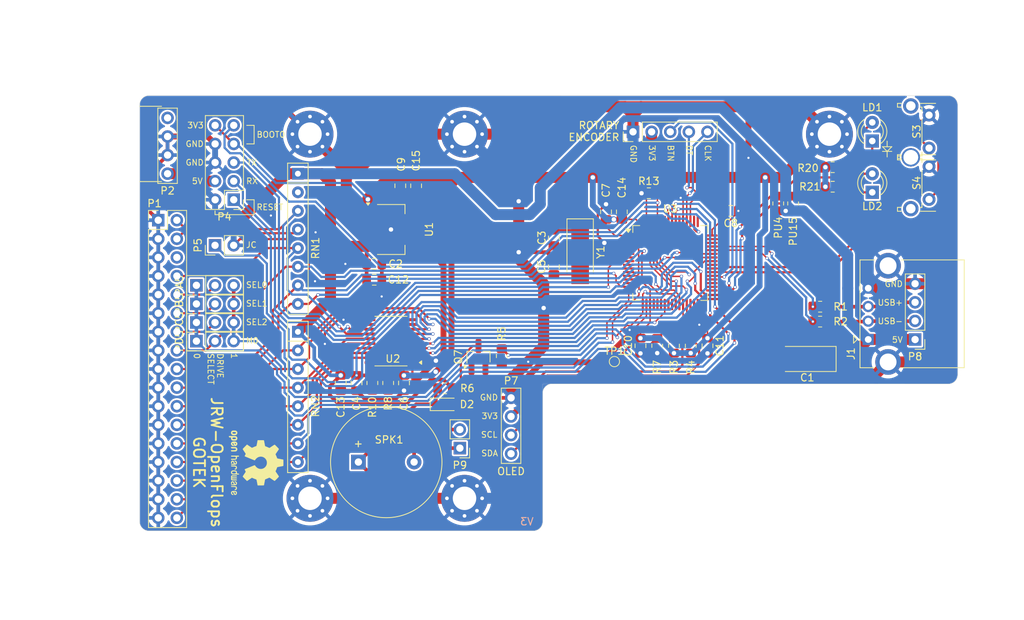
<source format=kicad_pcb>
(kicad_pcb (version 20241229) (generator "pcbnew") (generator_version "9.0")
  (title_block (title "OpenFlops") (date "2025-04-14") (rev "1") (company "Jaystonian") (comment 1 "Licensed under CERN OHL v.1.2"))
  (layers (0 "F.Cu" signal) (2 "B.Cu" signal) (13 "F.Paste" user) (15 "B.Paste" user) (5 "F.SilkS" user "F.Silkscreen") (7 "B.SilkS" user "B.Silkscreen") (1 "F.Mask" user) (3 "B.Mask" user) (25 "Edge.Cuts" user))
  (net 0 "")
  (net 1 "GND")
  (net 2 "/nrst")
  (net 3 "+3V3")
  (net 4 "+5V")
  (net 5 "/disp_clk")
  (net 6 "/disp_dio")
  (net 7 "/~{selx}")
  (net 8 "/~{dskchg}")
  (net 9 "/~{inuse}")
  (net 10 "/~{index}")
  (net 11 "/~{sel0}")
  (net 12 "/~{sel1}")
  (net 13 "/~{mtron}")
  (net 14 "/dir")
  (net 15 "/~{wprot}")
  (net 16 "/~{rdata}")
  (net 17 "/~{side}")
  (net 18 "/~{rdy}")
  (net 19 "/rx")
  (net 20 "/tx")
  (net 21 "/boot0")
  (net 22 "/ja")
  (net 23 "/jc")
  (net 24 "Net-(LD1-A)")
  (net 25 "Net-(LD2-A)")
  (net 26 "/~{sel3}")
  (net 28 "/~{index_3v3}")
  (net 29 "/~{trk0_3v3}")
  (net 30 "/~{wprot_3v3}")
  (net 31 "/~{rdy_3v3}")
  (net 32 "/~{rdata_3v3}")
  (net 33 "/~{dskchg_3v3}")
  (net 34 "/~{sely}")
  (net 35 "/enc_dt")
  (net 36 "/enc_clk")
  (net 37 "/~{sel2}")
  (net 38 "/usb+r")
  (net 39 "/usb-r")
  (net 44 "Net-(U3-PD0)")
  (net 45 "Net-(U3-PD1)")
  (net 46 "/spk-")
  (net 47 "/spk+")
  (net 48 "/~{step}")
  (net 49 "/~{wgate}")
  (net 50 "/~{wdata}")
  (net 51 "/~{trk0}")
  (net 52 "Net-(Q7-B)")
  (net 53 "/usb+")
  (net 54 "/usb-")
  (net 55 "/jb")
  (net 56 "/boot1")
  (net 57 "/BTR")
  (net 58 "/BTL")
  (net 59 "/spi_di")
  (net 63 "/spi_cs")
  (net 64 "/swclk")
  (net 72 "/spi_clk")
  (net 73 "/spi_do")
  (net 75 "Net-(U2-EN)")
  (net 77 "/spi_cd")
  (footprint "LED_THT:LED_D3.0mm" (layer "F.Cu") (at 195.199 61.5746 90)
    (property "Reference" "LD1")
    (property "Value" "LED_GREEN")
  )
  (footprint "Connector_PinHeader_2.54mm:PinHeader_2x17_P2.54mm_Vertical" (layer "F.Cu") (at 97.79 72.39)
    (property "Reference" "P1")
    (property "Value" "FLOPPY_CONN")
  )
  (footprint "Resistor_SMD:R_0805_2012Metric_Pad1.20x1.40mm_HandSolder" (layer "F.Cu") (at 189.8015 65.151 180)
    (property "Reference" "R20")
    (property "Value" "1k")
  )
  (footprint "Button_Switch_THT:SW_Tactile_SPST_Angled_PTS645Vx83-2LFS" (layer "F.Cu") (at 202.946799 58.0444 -90)
    (property "Reference" "S3")
    (property "Value" "BT_RIGHT")
  )
  (footprint "Button_Switch_THT:SW_Tactile_SPST_Angled_PTS645Vx83-2LFS" (layer "F.Cu") (at 202.946799 65.0548 -90)
    (property "Reference" "S4")
    (property "Value" "BT_LEFT")
  )
  (footprint "MountingHole:MountingHole_3.2mm_M3_Pad_Via" (layer "F.Cu") (at 118.491 60.6425)
    (property "Reference" "H1" (hide yes))
    (property "Value" "MountingHole_Pad")
  )
  (footprint "MountingHole:MountingHole_3.2mm_M3_Pad_Via" (layer "F.Cu") (at 139.573 60.6425)
    (property "Reference" "H2" (hide yes))
    (property "Value" "MountingHole_Pad")
  )
  (footprint "MountingHole:MountingHole_3.2mm_M3_Pad_Via" (layer "F.Cu") (at 118.491 110.363)
    (property "Reference" "H3" (hide yes))
    (property "Value" "MountingHole_Pad")
  )
  (footprint "MountingHole:MountingHole_3.2mm_M3_Pad_Via" (layer "F.Cu") (at 139.573 110.363)
    (property "Reference" "H4" (hide yes))
    (property "Value" "MountingHole_Pad")
  )
  (footprint "MountingHole:MountingHole_3.2mm_M3_Pad_Via" (layer "F.Cu") (at 189.357 60.6425)
    (property "Reference" "H5" (hide yes))
    (property "Value" "MountingHole_Pad")
  )
  (footprint "LED_THT:LED_D3.0mm" (layer "F.Cu") (at 195.199 68.585 90)
    (property "Reference" "LD2")
    (property "Value" "LED_RED")
  )
  (footprint "Resistor_SMD:R_0805_2012Metric_Pad1.20x1.40mm_HandSolder" (layer "F.Cu") (at 189.8015 67.818 180)
    (property "Reference" "R21")
    (property "Value" "1k")
  )
  (footprint "Connector_PinHeader_2.54mm:PinHeader_1x05_P2.54mm_Vertical" (layer "F.Cu") (at 162.56 60.325 90)
    (property "Reference" "P6" (hide yes))
    (property "Value" "ENCODER_PORT")
  )
  (footprint "OpenFlops:PinHeader_1x04_P2.54mm_Vertical" (layer "F.Cu") (at 145.923 96.647)
    (property "Reference" "P7")
    (property "Value" "DISPLAY_PORT")
  )
  (footprint "Connector_PinHeader_2.54mm:PinHeader_1x04_P2.54mm_Vertical" (layer "F.Cu") (at 201.041 88.683 180)
    (property "Reference" "P8")
    (property "Value" "USB_HEADER")
  )
  (footprint "Connector_PinHeader_2.54mm:PinHeader_1x03_P2.54mm_Vertical" (layer "F.Cu") (at 102.997 81.28 90)
    (property "Reference" "PA5")
    (property "Value" "Conn_01x03")
  )
  (footprint "Connector_PinHeader_2.54mm:PinHeader_1x03_P2.54mm_Vertical" (layer "F.Cu") (at 102.997 83.82 90)
    (property "Reference" "PB5")
    (property "Value" "Conn_01x03")
  )
  (footprint "Connector_PinHeader_2.54mm:PinHeader_1x03_P2.54mm_Vertical" (layer "F.Cu") (at 102.997 86.36 90)
    (property "Reference" "PC5")
    (property "Value" "Conn_01x03")
  )
  (footprint "Connector_PinHeader_2.54mm:PinHeader_1x03_P2.54mm_Vertical" (layer "F.Cu") (at 102.997 88.9 90)
    (property "Reference" "PD5")
    (property "Value" "Conn_01x03")
  )
  (footprint "OpenFlops:PinHeader_1x04_P2.54mm_Vertical" (layer "F.Cu") (at 99.06 66.04 180)
    (property "Reference" "P2")
    (property "Value" "POWER")
  )
  (footprint "Connector_PinHeader_2.54mm:PinHeader_2x05_P2.54mm_Vertical" (layer "F.Cu") (at 108.087 69.596 180)
    (property "Reference" "P4")
    (property "Value" "PROG_PORT")
  )
  (footprint "Connector_PinHeader_2.54mm:PinHeader_1x02_P2.54mm_Vertical" (layer "F.Cu") (at 105.537 75.819 90)
    (property "Reference" "P5")
    (property "Value" "JUMPER_JC")
  )
  (footprint "Diode_SMD:D_SOD-323_HandSoldering" (layer "F.Cu") (at 136.906 97.536)
    (property "Reference" "D2")
    (property "Value" "BAS16HT1G")
  )
  (footprint "Capacitor_SMD:C_0805_2012Metric_Pad1.18x1.45mm_HandSolder" (layer "F.Cu") (at 163.576 89.535 90)
    (property "Reference" "C10")
    (property "Value" "0.1")
  )
  (footprint "Resistor_SMD:R_0805_2012Metric_Pad1.20x1.40mm_HandSolder" (layer "F.Cu") (at 184.404 70.104 -90)
    (property "Reference" "PU15")
    (property "Value" "1k")
  )
  (footprint "Capacitor_SMD:C_0805_2012Metric_Pad1.18x1.45mm_HandSolder" (layer "F.Cu") (at 175.895 71.12 180)
    (property "Reference" "C8")
    (property "Value" "0.1")
  )
  (footprint "Capacitor_SMD:C_0805_2012Metric_Pad1.18x1.45mm_HandSolder" (layer "F.Cu") (at 122.682 94.615 90)
    (property "Reference" "C13")
    (property "Value" "0.1")
  )
  (footprint "Capacitor_SMD:C_0805_2012Metric_Pad1.18x1.45mm_HandSolder" (layer "F.Cu") (at 151.765 74.803 -90)
    (property "Reference" "C3")
    (property "Value" "27p")
  )
  (footprint "Resistor_SMD:R_0805_2012Metric_Pad1.20x1.40mm_HandSolder" (layer "F.Cu") (at 129.159 94.615 90)
    (property "Reference" "R8")
    (property "Value" "10k")
  )
  (footprint "Package_TO_SOT_SMD:SOT-223-3_TabPin2" (layer "F.Cu") (at 129.54 73.66)
    (property "Reference" "U1")
    (property "Value" "AP7365-33EG-13")
  )
  (footprint "Capacitor_SMD:C_0805_2012Metric_Pad1.18x1.45mm_HandSolder" (layer "F.Cu") (at 172.72 89.535 -90)
    (property "Reference" "C11")
    (property "Value" "0.1")
  )
  (footprint "Resistor_SMD:R_0805_2012Metric_Pad1.20x1.40mm_HandSolder" (layer "F.Cu") (at 144.653 90.932 90)
    (property "Reference" "R5")
    (property "Value" "1K")
  )
  (footprint "Capacitor_SMD:C_0805_2012Metric_Pad1.18x1.45mm_HandSolder" (layer "F.Cu") (at 158.877 71.247 -90)
    (property "Reference" "C7")
    (property "Value" "0.1")
  )
  (footprint "Resistor_SMD:R_0805_2012Metric_Pad1.20x1.40mm_HandSolder" (layer "F.Cu") (at 182.372 70.104 -90)
    (property "Reference" "PU4")
    (property "Value" "1k")
  )
  (footprint "Resistor_THT:R_Array_SIP8" (layer "F.Cu") (at 116.84 87.629999 -90)
    (property "Reference" "RN2")
    (property "Value" "1k")
  )
  (footprint "TestPoint:TestPoint_Pad_D1.0mm" (layer "F.Cu") (at 160.02 91.694)
    (property "Reference" "TP1")
    (property "Value" "BOOT1")
  )
  (footprint "Package_QFP:LQFP-64_10x10mm_P0.5mm" (layer "F.Cu") (at 167.64 78.232)
    (property "Reference" "U3")
    (property "Value" "STM32F105RBT6")
  )
  (footprint "Resistor_SMD:R_0805_2012Metric_Pad1.20x1.40mm_HandSolder" (layer "F.Cu") (at 188.087 86.233 180)
    (property "Reference" "R2")
    (property "Value" "22")
  )
  (footprint "Capacitor_SMD:C_0805_2012Metric_Pad1.18x1.45mm_HandSolder" (layer "F.Cu") (at 151.765 78.74 90)
    (property "Reference" "C5")
    (property "Value" "27p")
  )
  (footprint "Connector_USB:USB_A_CONNFLY_DS1095-WNR0" (layer "F.Cu") (at 194.648 88.6748 90)
    (property "Reference" "J1")
    (property "Value" "USB_A")
  )
  (footprint "Capacitor_Tantalum_SMD:CP_EIA-6032-15_Kemet-U_Pad2.25x2.35mm_HandSolder" (layer "F.Cu") (at 186.3344 91.3384 180)
    (property "Reference" "C1")
    (property "Value" "100u")
  )
  (footprint "Resistor_SMD:R_0805_2012Metric_Pad1.20x1.40mm_HandSolder" (layer "F.Cu") (at 168.148 89.535 90)
    (property "Reference" "R3")
    (property "Value" "3.3K")
  )
  (footprint "Capacitor_SMD:C_0805_2012Metric_Pad1.18x1.45mm_HandSolder" (layer "F.Cu") (at 127.254 78.359 180)
    (property "Reference" "C2")
    (property "Value" "0.1")
  )
  (footprint "Resistor_THT:R_Array_SIP8" (layer "F.Cu") (at 116.84 66.04 -90)
    (property "Reference" "RN1")
    (property "Value" "1k")
  )
  (footprint "Crystal:Crystal_SMD_5032-2Pin_5.0x3.2mm_HandSoldering" (layer "F.Cu") (at 155.3464 76.7588 -90)
    (property "Reference" "Y1")
    (property "Value" "8 MHz")
  )
  (footprint "Capacitor_SMD:C_0805_2012Metric_Pad1.18x1.45mm_HandSolder" (layer "F.Cu") (at 132.969 67.691 90)
    (property "Reference" "C15")
    (property "Value" "10u")
  )
  (footprint "Buzzer_Beeper:Buzzer_15x7.5RM7.6" (layer "F.Cu") (at 125.095 105.41)
    (property "Reference" "SPK1")
    (property "Value" "Speaker")
  )
  (footprint "Package_TO_SOT_SMD:SOT-23_Handsoldering" (layer "F.Cu") (at 141.478 91.059 90)
    (property "Reference" "Q7")
    (property "Value" "MMBT3904")
  )
  (footprint "Resistor_SMD:R_0805_2012Metric_Pad1.20x1.40mm_HandSolder" (layer "F.Cu") (at 127 94.615 90)
    (property "Reference" "R10")
    (property "Value" "4k7")
  )
  (footprint "Package_SO:TSSOP-20_4.4x6.5mm_P0.65mm" (layer "F.Cu") (at 129.54 88.9 180)
    (property "Reference" "U2")
    (property "Value" "LSF0108PWJ")
  )
  (footprint "Resistor_SMD:R_0805_2012Metric_Pad1.20x1.40mm_HandSolder" (layer "F.Cu") (at 165.862 89.535 90)
    (property "Reference" "R7")
    (property "Value" "4k7")
  )
  (footprint "Capacitor_SMD:C_0805_2012Metric_Pad1.18x1.45mm_HandSolder" (layer "F.Cu") (at 124.841 94.615 -90)
    (property "Reference" "C4")
    (property "Value" "100n")
  )
  (footprint "Connector_PinHeader_2.54mm:PinHeader_1x02_P2.54mm_Vertical" (layer "F.Cu") (at 138.938 103.51 180)
    (property "Reference" "P9")
    (property "Value" "EXTERNAL_SPEAKER")
  )
  (footprint "Resistor_SMD:R_0805_2012Metric_Pad1.20x1.40mm_HandSolder" (layer "F.Cu") (at 164.719 68.707 180)
    (property "Reference" "R13")
    (property "Value" "4k7")
  )
  (footprint "Resistor_SMD:R_0805_2012Metric_Pad1.20x1.40mm_HandSolder" (layer "F.Cu") (at 136.906 95.3516)
    (property "Reference" "R6")
    (property "Value" "22")
  )
  (footprint "Capacitor_SMD:C_0805_2012Metric_Pad1.18x1.45mm_HandSolder" (layer "F.Cu") (at 130.81 67.691 90)
    (property "Reference" "C9")
    (property "Value" "0.1")
  )
  (footprint "Capacitor_SMD:C_0805_2012Metric_Pad1.18x1.45mm_HandSolder" (layer "F.Cu") (at 131.318 94.615 90)
    (property "Reference" "C6")
    (property "Value" "0.1")
  )
  (footprint "Capacitor_SMD:C_0805_2012Metric_Pad1.18x1.45mm_HandSolder" (layer "F.Cu") (at 127.254 80.518 180)
    (property "Reference" "C12")
    (property "Value" "10u")
  )
  (footprint "Resistor_SMD:R_0805_2012Metric_Pad1.20x1.40mm_HandSolder" (layer "F.Cu") (at 170.434 89.535 90)
    (property "Reference" "R4")
    (property "Value" "3.3K")
  )
  (footprint "Resistor_SMD:R_0805_2012Metric_Pad1.20x1.40mm_HandSolder" (layer "F.Cu") (at 188.087 84.201 180)
    (property "Reference" "R1")
    (property "Value" "22")
  )
  (footprint "Capacitor_SMD:C_0805_2012Metric_Pad1.18x1.45mm_HandSolder" (layer "F.Cu") (at 161.036 71.247 -90)
    (property "Reference" "C14")
    (property "Value" "0.1")
  )
  (footprint "Symbol:OSHW-Logo2_9.8x8mm_SilkScreen" (layer "F.Cu") (at 111.1504 105.5116 -90)
    (property "Reference" "REF**" (hide yes))
    (property "Value" "OSHW-Logo2_9.8x8mm_SilkScreen" (hide yes))
  )
  (gr_line (start 109.407 79.95) (end 109.407 90.23) (stroke (width 0.12)) (layer "F.SilkS"))
  (gr_line (start 196.596 62.357) (end 197.866 62.357) (stroke (width 0.12)) (layer "F.SilkS"))
  (gr_line (start 110.871 69.596) (end 109.855 69.596) (stroke (width 0.12)) (layer "F.SilkS"))
  (gr_line (start 101.6635 79.95) (end 109.407 79.95) (stroke (width 0.12)) (layer "F.SilkS"))
  (gr_line (start 197.866 62.357) (end 197.231 62.992) (stroke (width 0.12)) (layer "F.SilkS"))
  (gr_line (start 110.871 61.976) (end 109.855 61.976) (stroke (width 0.12)) (layer "F.SilkS"))
  (gr_line (start 98.238 56.836) (end 95.25 56.836) (stroke (width 0.12)) (layer "F.SilkS"))
  (gr_line (start 101.667 90.23) (end 101.667 79.9465) (stroke (width 0.12)) (layer "F.SilkS"))
  (gr_line (start 197.231 62.357) (end 197.231 61.595) (stroke (width 0.12)) (layer "F.SilkS"))
  (gr_line (start 197.231 62.992) (end 197.231 63.754) (stroke (width 0.12)) (layer "F.SilkS"))
  (gr_line (start 109.407 90.23) (end 101.667 90.23) (stroke (width 0.12)) (layer "F.SilkS"))
  (gr_line (start 109.855 59.436) (end 110.871 59.436) (stroke (width 0.12)) (layer "F.SilkS"))
  (gr_line (start 110.871 71.628) (end 110.871 69.596) (stroke (width 0.12)) (layer "F.SilkS"))
  (gr_line (start 98.238 67.116) (end 95.25 67.116) (stroke (width 0.12)) (layer "F.SilkS"))
  (gr_line (start 197.231 62.992) (end 196.596 62.357) (stroke (width 0.12)) (layer "F.SilkS"))
  (gr_line (start 110.871 59.436) (end 110.871 61.976) (stroke (width 0.12)) (layer "F.SilkS"))
  (gr_line (start 196.596 62.992) (end 197.866 62.992) (stroke (width 0.12)) (layer "F.SilkS"))
  (gr_line (start 105.537 71.628) (end 110.871 71.628) (stroke (width 0.12)) (layer "F.SilkS"))
  (gr_line (start 105.537 71.12) (end 105.537 71.628) (stroke (width 0.12)) (layer "F.SilkS"))
  (gr_line (start 151.511 94.742) (end 205.58 94.75) (stroke (width 0.05)) (layer "Edge.Cuts"))
  (gr_arc (start 206.85 93.48) (mid 206.478026 94.378026) (end 205.58 94.75) (stroke (width 0.05)) (layer "Edge.Cuts"))
  (gr_line (start 96.52 55.372) (end 205.58 55.38) (stroke (width 0.05)) (layer "Edge.Cuts"))
  (gr_arc (start 150.241 113.538) (mid 149.869026 114.436026) (end 148.971 114.808) (stroke (width 0.05)) (layer "Edge.Cuts"))
  (gr_arc (start 95.25 56.642) (mid 95.621974 55.743974) (end 96.52 55.372) (stroke (width 0.05)) (layer "Edge.Cuts"))
  (gr_line (start 96.52 114.808) (end 148.971 114.808) (stroke (width 0.05)) (layer "Edge.Cuts"))
  (gr_line (start 95.25 56.642) (end 95.25 113.538) (stroke (width 0.05)) (layer "Edge.Cuts"))
  (gr_line (start 150.241 113.538) (end 150.241 96.012) (stroke (width 0.05)) (layer "Edge.Cuts"))
  (gr_line (start 206.85 56.65) (end 206.85 93.48) (stroke (width 0.05)) (layer "Edge.Cuts"))
  (gr_arc (start 150.241 96.012) (mid 150.612974 95.113974) (end 151.511 94.742) (stroke (width 0.05)) (layer "Edge.Cuts"))
  (gr_arc (start 96.52 114.808) (mid 95.621974 114.436026) (end 95.25 113.538) (stroke (width 0.05)) (layer "Edge.Cuts"))
  (gr_arc (start 205.58 55.38) (mid 206.478026 55.751974) (end 206.85 56.65) (stroke (width 0.05)) (layer "Edge.Cuts"))
  (gr_text "3V3" (at 102.87 59.436 0) (layer "F.SilkS") (effects (font (size 0.8 0.8) (thickness 0.12))))
  (gr_text "GND" (at 102.755714 61.976 0) (layer "F.SilkS") (effects (font (size 0.8 0.8) (thickness 0.12))))
  (gr_text "GND" (at 102.755714 64.516 0) (layer "F.SilkS") (effects (font (size 0.8 0.8) (thickness 0.12))))
  (gr_text "5V" (at 103.123952 67.056 0) (layer "F.SilkS") (effects (font (size 0.8 0.8) (thickness 0.12))))
  (gr_text "0" (at 103.051 90.932 270) (layer "F.SilkS") (effects (font (size 0.8 0.8) (thickness 0.12))))
  (gr_text "1" (at 108.131 90.932 270) (layer "F.SilkS") (effects (font (size 0.8 0.8) (thickness 0.12))))
  (gr_text "JC" (at 110.49 75.765 0) (layer "F.SilkS") (effects (font (size 0.8 0.8) (thickness 0.12))))
  (gr_text "M0" (at 110.617 88.846 0) (layer "F.SilkS") (effects (font (size 0.8 0.8) (thickness 0.12))))
  (gr_text "CLK" (at 172.774 63.246 270) (layer "F.SilkS") (effects (font (size 0.8 0.8) (thickness 0.12))))
  (gr_text "DT" (at 170.234 62.826953 270) (layer "F.SilkS") (effects (font (size 0.8 0.8) (thickness 0.12))))
  (gr_text "BTN" (at 167.694 63.246 270) (layer "F.SilkS") (effects (font (size 0.8 0.8) (thickness 0.12))))
  (gr_text "3V3" (at 165.154 63.226953 270) (layer "F.SilkS") (effects (font (size 0.8 0.8) (thickness 0.12))))
  (gr_text "GND" (at 162.614 63.341238 270) (layer "F.SilkS") (effects (font (size 0.8 0.8) (thickness 0.12))))
  (gr_text "GND" (at 142.906762 96.593 0) (layer "F.SilkS") (effects (font (size 0.8 0.8) (thickness 0.12))))
  (gr_text "3V3" (at 143.021048 99.133 0) (layer "F.SilkS") (effects (font (size 0.8 0.8) (thickness 0.12))))
  (gr_text "SCL" (at 142.944857 101.673 0) (layer "F.SilkS") (effects (font (size 0.8 0.8) (thickness 0.12))))
  (gr_text "SDA" (at 143.002 104.213 0) (layer "F.SilkS") (effects (font (size 0.8 0.8) (thickness 0.12))))
  (gr_text "OLED" (at 145.923 106.68 0) (layer "F.SilkS") (effects (font (size 1 1))))
  (gr_text "5V" (at 198.628 88.719 0) (layer "F.SilkS") (effects (font (size 0.8 0.8) (thickness 0.12))))
  (gr_text "USB-" (at 197.656572 86.179 0) (layer "F.SilkS") (effects (font (size 0.8 0.8) (thickness 0.12))))
  (gr_text "USB+" (at 197.656572 83.639 0) (layer "F.SilkS") (effects (font (size 0.8 0.8) (thickness 0.12))))
  (gr_text "GND" (at 198.132762 81.099 0) (layer "F.SilkS") (effects (font (size 0.8 0.8) (thickness 0.12))))
  (gr_text "SEL2" (at 111.226524 86.306 0) (layer "F.SilkS") (effects (font (size 0.8 0.8) (thickness 0.12))))
  (gr_text "SEL1" (at 111.226524 83.766 0) (layer "F.SilkS") (effects (font (size 0.8 0.8) (thickness 0.12))))
  (gr_text "SEL0" (at 111.226524 81.226 0) (layer "F.SilkS") (effects (font (size 0.8 0.8) (thickness 0.12))))
  (gr_text "DRIVE\nSELECT" (at 105.591 90.491048 270) (layer "F.SilkS") (effects (font (size 0.8 0.8) (thickness 0.12)) (justify left)))
  (gr_text "RESET" (at 113.03 70.612 0) (layer "F.SilkS") (effects (font (size 0.8 0.8) (thickness 0.12))))
  (gr_text "RX" (at 110.585428 67.056 0) (layer "F.SilkS") (effects (font (size 0.8 0.8) (thickness 0.12))))
  (gr_text "TX" (at 110.585428 64.516 0) (layer "F.SilkS") (effects (font (size 0.8 0.8) (thickness 0.12))))
  (gr_text "ROTARY\nENCODER" (at 160.782 60.2575 0) (layer "F.SilkS") (effects (font (size 1 1)) (justify right)))
  (gr_text "JRW-OpenFlops\nGOTEK" (at 102.4636 105.4608 270) (layer "F.SilkS") (effects (font (size 1.5 1.5) (thickness 0.25) (bold yes)) (justify bottom)))
  (gr_text "BOOT0" (at 113.157 60.706 0) (layer "F.SilkS") (effects (font (size 0.8 0.8) (thickness 0.12))))
  (gr_text "V3" (at 148.082 113.538 0) (layer "B.SilkS") (effects (font (size 1 1)) (justify mirror)))
  (segment (start 125.095 73.66) (end 123.444 72.009) (width 1.5) (layer "F.Cu") (net 1))
  (segment (start 147.32 56.896) (end 160.528 56.896) (width 1.5) (layer "F.Cu") (net 1))
  (segment (start 197.162 57.462) (end 192.5375 57.462) (width 0.5) (layer "F.Cu") (net 1))
  (segment (start 118.1608 74.969) (end 118.325 74.969) (width 0.3) (layer "F.Cu") (net 1))
  (segment (start 178.308 57.785) (end 177.419 56.896) (width 0.8) (layer "F.Cu") (net 1))
  (segment (start 163.322 75.184) (end 163.322 75.109) (width 0.2) (layer "F.Cu") (net 1))
  (segment (start 118.325 74.969) (end 119.253 74.041) (width 0.3) (layer "F.Cu") (net 1))
  (segment (start 173.315 74.982) (end 174.2428 74.982) (width 0.2) (layer "F.Cu") (net 1))
  (segment (start 143.5735 60.6425) (end 147.32 56.896) (width 1.5) (layer "F.Cu") (net 1))
  (segment (start 118.325 79.8694) (end 119.1768 80.7212) (width 0.3) (layer "F.Cu") (net 1))
  (segment (start 178.308 58.674) (end 178.308 57.785) (width 0.8) (layer "F.Cu") (net 1))
  (segment (start 161.965 74.982) (end 161.965 75.982) (width 0.2) (layer "F.Cu") (net 1))
  (segment (start 160.528 56.896) (end 161.481 56.896) (width 1.5) (layer "F.Cu") (net 1))
  (segment (start 174.2428 74.982) (end 175.0568 74.168) (width 0.2) (layer "F.Cu") (net 1))
  (segment (start 163.639 56.896) (end 177.419 56.896) (width 1.5) (layer "F.Cu") (net 1))
  (segment (start 158.877 70.2095) (end 157.752 71.3345) (width 0.3) (layer "F.Cu") (net 1))
  (segment (start 202.856 81.063) (end 204.343 82.55) (width 1.5) (layer "F.Cu") (net 1))
  (segment (start 108.927 74.969) (end 118.1608 74.969) (width 0.3) (layer "F.Cu") (net 1))
  (segment (start 132.975838 94.266238) (end 131.589576 95.6525) (width 0.8) (layer "F.Cu") (net 1))
  (segment (start 121.316636 86.995) (end 120.523 87.788636) (width 0.3) (layer "F.Cu") (net 1))
  (segment (start 132.461 93.6244) (end 132.461 94.5095) (width 0.3) (layer "F.Cu") (net 1))
  (segment (start 202.0718 58.919399) (end 198.619399 58.919399) (width 0.5) (layer "F.Cu") (net 1))
  (segment (start 132.588 93.8784) (end 132.975838 94.266238) (width 0.3) (layer "F.Cu") (net 1))
  (segment (start 175.0568 73.1012) (end 176.9325 71.2255) (width 0.2) (layer "F.Cu") (net 1))
  (segment (start 195.5894 93.5134) (end 185.9594 93.5134) (width 1.5) (layer "F.Cu") (net 1))
  (segment (start 125.9035 96.715) (end 124.841 95.6525) (width 0.5) (layer "F.Cu") (net 1))
  (segment (start 124.3965 65.5955) (end 123.444 66.548) (width 1.5) (layer "F.Cu") (net 1))
  (segment (start 164.39 83.907) (end 164.39 85.4952) (width 0.2) (layer "F.Cu") (net 1))
  (segment (start 129.54 73.66) (end 132.69 73.66) (width 1.5) (layer "F.Cu") (net 1))
  (segment (start 185.9594 93.5134) (end 183.7844 91.3384) (width 1.5) (layer "F.Cu") (net 1))
  (segment (start 103.563 60.96) (end 104.047 60.476) (width 0.8) (layer "F.Cu") (net 1))
  (segment (start 161.965 74.982) (end 163.195 74.982) (width 0.2) (layer "F.Cu") (net 1))
  (segment (start 104.047 60.476) (end 104.047 58.814679) (width 0.8) (layer "F.Cu") (net 1))
  (segment (start 163.195 74.982) (end 163.4224 74.982) (width 0.2) (layer "F.Cu") (net 1))
  (segment (start 201.6792 91.7448) (end 197.358 91.7448) (width 1.5) (layer "F.Cu") (net 1))
  (segment (start 151.03915 76.56635) (end 151.765 75.8405) (width 0.5) (layer "F.Cu") (net 1))
  (segment (start 150.8467 76.7842) (end 151.765 77.7025) (width 0.5) (layer "F.Cu") (net 1))
  (segment (start 104.047 58.814679) (end 104.949679 57.912) (width 0.8) (layer "F.Cu") (net 1))
  (segment (start 128.2915 80.518) (end 128.2915 82.7825) (width 0.5) (layer "F.Cu") (net 1))
  (segment (start 122.682 95.6525) (end 124.841 95.6525) (width 0.5) (layer "F.Cu") (net 1))
  (segment (start 176.9325 71.2255) (end 176.9325 71.12) (width 0.2) (layer "F.Cu") (net 1))
  (segment (start 157.752 74.5924) (end 158.6484 75.4888) (width 0.3) (layer "F.Cu") (net 1))
  (segment (start 142.428 92.559) (end 142.428 95.184) (width 0.5) (layer "F.Cu") (net 1))
  (segment (start 128.2915 74.9085) (end 128.2915 73.6815) (width 0.5) (layer "F.Cu") (net 1))
  (segment (start 148.2598 91.719401) (end 148.259801 91.719401) (width 1.5) (layer "F.Cu") (net 1))
  (segment (start 164.39 69.378) (end 163.719 68.707) (width 0.2) (layer "F.Cu") (net 1))
  (segment (start 132.461 94.5095) (end 131.318 95.6525) (width 0.3) (layer "F.Cu") (net 1))
  (segment (start 204.343 82.55) (end 204.343 89.081) (width 1.5) (layer "F.Cu") (net 1))
  (segment (start 148.259801 91.719401) (end 148.259801 91.7194) (width 1.5) (layer "F.Cu") (net 1))
  (segment (start 143.891 96.647) (end 145.923 96.647) (width 0.5) (layer "F.Cu") (net 1))
  (segment (start 128.2915 73.6815) (end 128.27 73.66) (width 0.5) (layer "F.Cu") (net 1))
  (segment (start 99.06 63.5) (end 99.06 60.96) (width 0.5) (layer "F.Cu") (net 1))
  (segment (start 99.06 60.96) (end 102.743 60.96) (width 0.8) (layer "F.Cu") (net 1))
  (segment (start 128.2915 74.9085) (end 127.508 74.125) (width 0.5) (layer "F.Cu") (net 1))
  (segment (start 185.6105 56.896) (end 189.357 60.6425) (width 1.5) (layer "F.Cu") (net 1))
  (segment (start 148.259801 91.7194) (end 150.368 89.611201) (width 1.5) (layer "F.Cu") (net 1))
  (segment (start 118.325 75.3364) (end 118.325 79.8694) (width 0.3) (layer "F.Cu") (net 1))
  (segment (start 163.2204 86.6648) (end 162.5092 87.376) (width 0.2) (layer "F.Cu") (net 1))
  (segment (start 164.39 74.0144) (end 164.39 72.557) (width 0.2) (layer "F.Cu") (net 1))
  (segment (start 128.2915 82.7825) (end 128.27 82.804) (width 0.5) (layer "F.Cu") (net 1))
  (segment (start 132.69 71.399) (end 132.969 71.12) (width 0.5) (layer "F.Cu") (net 1))
  (segment (start 146.9644 93.0148) (end 146.964401 93.0148) (width 1.5) (layer "F.Cu") (net 1))
  (segment (start 164.39 72.557) (end 164.39 69.378) (width 0.2) (layer "F.Cu") (net 1))
  (segment (start 135.668238 91.573838) (end 133.331438 93.910638) (width 0.8) (layer "F.Cu") (net 1))
  (segment (start 126.39 73.66) (end 125.095 73.66) (width 1.5) (layer "F.Cu") (net 1))
  (segment (start 150.5204 76.7588) (end 148.7424 76.7588) (width 0.5) (layer "F.Cu") (net 1))
  (segment (start 150.368 84.3788) (end 150.368 81.0768) (width 1.5) (layer "F.Cu") (net 1))
  (segment (start 102.743 60.96) (end 104.531 60.96) (width 0.8) (layer "F.Cu") (net 1))
  (segment (start 163.322 79.756) (end 163.322 75.184) (width 0.2) (layer "F.Cu") (net 1))
  (segment (start 129.9845 60.6425) (end 139.573 60.6425) (width 1.5) (layer "F.Cu") (net 1))
  (segment (start 125.0315 65.5955) (end 129.9845 60.6425) (width 1.5) (layer "F.Cu") (net 1))
  (segment (start 127.508 73.66) (end 128.27 73.66) (width 1.5) (layer "F.Cu") (net 1))
  (segment (start 102.743 60.96) (end 103.563 60.96) (width 0.8) (layer "F.Cu") (net 1))
  (segment (start 199.099 81.063) (end 201.041 81.063) (width 1.5) (layer "F.Cu") (net 1))
  (segment (start 97.79 72.39) (end 96.647 71.247) (width 0.5) (layer "F.Cu") (net 1))
  (segment (start 150.368 89.611201) (end 150.368 84.3788) (width 1.5) (layer "F.Cu") (net 1))
  (segment (start 194.648 81.674801) (end 198.487199 81.674801) (width 1.5) (layer "F.Cu") (net 1))
  (segment (start 157.752 71.3345) (end 157.752 74.5924) (width 0.3) (layer "F.Cu") (net 1))
  (segment (start 150.8467 76.7588) (end 150.8467 76.7842) (width 0.5) (layer "F.Cu") (net 1))
  (segment (start 146.9644 76.7588) (end 146.9644 75.946) (width 1.5) (layer "F.Cu") (net 1))
  (segment (start 148.7424 76.7588) (end 147.8788 76.7588) (width 0.5) (layer "F.Cu") (net 1))
  (segment (start 133.331438 93.910638) (end 132.975838 94.266238) (width 0.8) (layer "F.Cu") (net 1))
  (segment (start 192.5375 57.462) (end 189.357 60.6425) (width 0.5) (layer "F.Cu") (net 1))
  (segment (start 151.03915 76.97665) (end 151.03915 76.56635) (width 0.5) (layer "F.Cu") (net 1))
  (segment (start 136.7028 90.539276) (end 135.668238 91.573838) (width 0.8) (layer "F.Cu") (net 1))
  (segment (start 163.4224 74.982) (end 164.39 74.0144) (width 0.2) (layer "F.Cu") (net 1))
  (segment (start 132.461 91.8835) (end 132.461 93.6244) (width 0.3) (layer "F.Cu") (net 1))
  (segment (start 130.2555 96.715) (end 125.9035 96.715) (width 0.5) (layer "F.Cu") (net 1))
  (segment (start 158.877 70.2095) (end 161.036 70.2095) (width 0.5) (layer "F.Cu") (net 1))
  (segment (start 145.923 96.647) (end 145.923 94.0562) (width 1.5) (layer "F.Cu") (net 1))
  (segment (start 127.508 74.125) (end 127.508 73.66) (width 0.5) (layer "F.Cu") (net 1))
  (segment (start 120.523 87.788636) (end 120.523 89.281) (width 0.3) (layer "F.Cu") (net 1))
  (segment (start 202.946799 58.0444) (end 202.0718 58.919399) (width 0.5) (layer "F.Cu") (net 1))
  (segment (start 175.0568 74.168) (end 175.0568 73.1012) (width 0.2) (layer "F.Cu") (net 1))
  (segment (start 163.096 79.982) (end 163.322 79.756) (width 0.2) (layer "F.Cu") (net 1))
  (segment (start 128.2915 80.518) (end 128.2915 78.359) (width 0.5) (layer "F.Cu") (net 1))
  (segment (start 163.322 75.0824) (end 163.4224 74.982) (width 0.2) (layer "F.Cu") (net 1))
  (segment (start 162.56 60.325) (end 162.56 57.975) (width 1.5) (layer "F.Cu") (net 1))
  (segment (start 125.0315 65.5955) (end 124.3965 65.5955) (width 1.5) (layer "F.Cu") (net 1))
  (segment (start 170.89 83.907) (end 170.89 85.9524) (width 0.2) (layer "F.Cu") (net 1))
  (segment (start 170.89 85.9524) (end 171.6024 86.6648) (width 0.2) (layer "F.Cu") (net 1))
  (segment (start 148.7424 76.7588) (end 147.7772 76.7588) (width 0.5) (layer "F.Cu") (net 1))
  (segment (start 178.308 63.881) (end 178.308 58.674) (width 0.8) (layer "F.Cu") (net 1))
  (segment (start 160.528 56.896) (end 163.639 56.896) (width 1.5) (layer "F.Cu") (net 1))
  (segment (start 146.964401 93.0148) (end 148.2598 91.719401) (width 1.5) (layer "F.Cu") (net 1))
  (segment (start 150.8467 76.7588) (end 151.03915 76.56635) (width 0.5) (layer "F.Cu") (net 1))
  (segment (start 128.27 73.66) (end 129.54 73.66) (width 1.5) (layer "F.Cu") (net 1))
  (segment (start 132.69 73.66) (end 132.69 71.399) (width 0.5) (layer "F.Cu") (net 1))
  (segment (start 198.487199 81.674801) (end 199.099 81.063) (width 1.5) (layer "F.Cu") (net 1))
  (segment (start 162.2165 70.2095) (end 163.719 68.707) (width 0.5) (layer "F.Cu") (net 1))
  (segment (start 147.7772 76.7588) (end 146.9644 75.946) (width 0.5) (layer "F.Cu") (net 1))
  (segment (start 147.8788 76.7588) (end 146.9644 77.6732) (width 0.5) (layer "F.Cu") (net 1))
  (segment (start 118.325 74.969) (end 118.325 75.3364) (width 0.3) (layer "F.Cu") (net 1))
  (segment (start 104.531 60.96) (end 105.547 61.976) (width 0.8) (layer "F.Cu") (net 1))
  (segment (start 123.444 65.5955) (end 118.491 60.6425) (width 1.5) (layer "F.Cu") (net 1))
  (segment (start 136.7028 78.5368) (end 136.7028 90.539276) (width 0.8) (layer "F.Cu") (net 1))
  (segment (start 198.619399 58.919399) (end 197.162 57.462) (width 0.5) (layer "F.Cu") (net 1))
  (segment (start 123.063 85.979) (end 122.332636 85.979) (width 0.3) (layer "F.Cu") (net 1))
  (segment (start 146.9644 75.946) (end 146.9644 69.7992) (width 1.5) (layer "F.Cu") (net 1))
  (segment (start 128.2915 74.9085) (end 129.54 73.66) (width 0.5) (layer "F.Cu") (net 1))
  (segment (start 126.39 73.66) (end 127.508 73.66) (width 1.5) (layer "F.Cu") (net 1))
  (segment (start 123.444 72.009) (end 123.444 66.548) (width 1.5) (layer "F.Cu") (net 1))
  (segment (start 197.358 91.7448) (end 195.5894 93.5134) (width 1.5) (layer "F.Cu") (net 1))
  (segment (start 115.7605 57.912) (end 118.491 60.6425) (width 0.8) (layer "F.Cu") (net 1))
  (segment (start 163.322 75.109) (end 163.195 74.982) (width 0.2) (layer "F.Cu") (net 1))
  (segment (start 128.2915 78.359) (end 128.2915 74.9085) (width 0.5) (layer "F.Cu") (net 1))
  (segment (start 97.79 72.39) (end 97.79 113.03) (width 0.5) (layer "F.Cu") (net 1))
  (segment (start 132.969 71.12) (end 132.969 68.7285) (width 0.5) (layer "F.Cu") (net 1))
  (segment (start 132.4025 91.825) (end 132.461 91.8835) (width 0.3) (layer "F.Cu") (net 1))
  (segment (start 162.5092 87.376) (end 162.1028 87.376) (width 0.2) (layer "F.Cu") (net 1))
  (segment (start 118.325 75.1332) (end 118.1608 74.969) (width 0.3) (layer "F.Cu") (net 1))
  (segment (start 132.69 74.524) (end 136.7028 78.5368) (width 0.8) (layer "F.Cu") (net 1))
  (segment (start 132.461 93.6244) (end 132.461 93.7514) (width 0.3) (layer "F.Cu") (net 1))
  (segment (start 122.332636 85.979) (end 121.316636 86.995) (width 0.3) (layer "F.Cu") (net 1))
  (segment (start 142.428 95.184) (end 143.891 96.647) (width 0.5) (layer "F.Cu") (net 1))
  (segment (start 96.647 65.913) (end 99.06 63.5) (width 0.5) (layer "F.Cu") (net 1))
  (segment (start 161.965 79.982) (end 163.096 79.982) (width 0.2) (layer "F.Cu") (net 1))
  (segment (start 169.39 72.557) (end 169.39 69.6696) (width 0.2) (layer "F.Cu") (net 1))
  (segment (start 161.036 70.2095) (end 162.2165 70.2095) (width 0.5) (layer "F.Cu") (net 1))
  (segment (start 139.573 60.6425) (end 143.5735 60.6425) (width 1.5) (layer "F.Cu") (net 1))
  (segment (start 104.531 60.96) (end 104.047 60.476) (width 0.8) (layer "F.Cu") (net 1))
  (segment (start 164.39 85.4952) (end 163.2204 86.6648) (width 0.2) (layer "F.Cu") (net 1))
  (segment (start 201.041 81.063) (end 202.856 81.063) (width 1.5) (layer "F.Cu") (net 1))
  (segment (start 118.491 110.363) (end 139.573 110.363) (width 1.5) (layer "F.Cu") (net 1))
  (segment (start 162.56 57.975) (end 163.639 56.896) (width 1.5) (layer "F.Cu") (net 1))
  (segment (start 169.39 69.6696) (end 169.0624 69.342) (width 0.2) (layer "F.Cu") (net 1))
  (segment (start 163.322 75.184) (end 163.322 75.0824) (width 0.2) (layer "F.Cu") (net 1))
  (segment (start 151.765 77.7025) (end 151.03915 76.97665) (width 0.5) (layer "F.Cu") (net 1))
  (segment (start 104.949679 57.912) (end 115.7605 57.912) (width 0.8) (layer "F.Cu") (net 1))
  (segment (start 123.444 65.5955) (end 125.0315 65.5955) (width 1.5) (layer "F.Cu") (net 1))
  (segment (start 150.368 81.0768) (end 146.9644 77.6732) (width 1.5) (layer "F.Cu") (net 1))
  (segment (start 177.419 56.896) (end 179.197 56.896) (width 1.5) (layer "F.Cu") (net 1))
  (segment (start 145.923 94.0562) (end 146.9644 93.0148) (width 1.5) (layer "F.Cu") (net 1))
  (segment (start 150.5204 76.7588) (end 150.8467 76.7588) (width 0.5) (layer "F.Cu") (net 1))
  (segment (start 179.197 56.896) (end 185.6105 56.896) (width 1.5) (layer "F.Cu") (net 1))
  (segment (start 131.589576 95.6525) (end 131.318 95.6525) (width 0.8) (layer "F.Cu") (net 1))
  (segment (start 178.308 57.785) (end 179.197 56.896) (width 0.8) (layer "F.Cu") (net 1))
  (segment (start 132.620238 93.910638) (end 133.331438 93.910638) (width 0.3) (layer "F.Cu") (net 1))
  (segment (start 108.077 75.819) (end 108.927 74.969) (width 0.3) (layer "F.Cu") (net 1))
  (segment (start 204.343 89.081) (end 201.6792 91.7448) (width 1.5) (layer "F.Cu") (net 1))
  (segment (start 96.647 71.247) (end 96.647 65.913) (width 0.5) (layer "F.Cu") (net 1))
  (segment (start 146.9644 77.6732) (end 146.9644 76.7588) (width 1.5) (layer "F.Cu") (net 1))
  (segment (start 132.461 93.7514) (end 132.588 93.8784) (width 0.3) (layer "F.Cu") (net 1))
  (segment (start 132.588 93.8784) (end 132.620238 93.910638) (width 0.3) (layer "F.Cu") (net 1))
  (segment (start 161.481 56.896) (end 162.56 57.975) (width 1.5) (layer "F.Cu") (net 1))
  (segment (start 131.318 95.6525) (end 130.2555 96.715) (width 0.5) (layer "F.Cu") (net 1))
  (segment (start 123.444 66.548) (end 123.444 65.5955) (width 1.5) (layer "F.Cu") (net 1))
  (segment (start 118.325 75.3364) (end 118.325 75.1332) (width 0.3) (layer "F.Cu") (net 1))
  (segment (start 130.81 68.7285) (end 132.969 68.7285) (width 0.5) (layer "F.Cu") (net 1))
  (segment (start 132.69 73.66) (end 132.69 74.524) (width 0.8) (layer "F.Cu") (net 1))
  (via (at 146.9644 76.7588) (size 0.8) (drill 0.6) (layers "F.Cu" "B.Cu") (net 1))
  (via (at 158.877 70.2095) (size 0.8) (drill 0.6) (layers "F.Cu" "B.Cu") (net 1))
  (via (at 123.063 85.979) (size 0.45) (drill 0.3) (layers "F.Cu" "B.Cu") (net 1))
  (via (at 113.157 71.755) (size 0.45) (drill 0.3) (layers "F.Cu" "B.Cu") (net 1))
  (via (at 165.862 90.535) (size 0.8) (drill 0.6) (layers "F.Cu" "B.Cu") (net 1))
  (via (at 158.6484 75.4888) (size 0.8) (drill 0.6) (layers "F.Cu" "B.Cu") (net 1))
  (via (at 135.668238 91.573838) (size 0.8) (drill 0.6) (layers "F.Cu" "B.Cu") (net 1))
  (via (at 119.1768 80.7212) (size 0.45) (drill 0.3) (layers "F.Cu" "B.Cu") (net 1))
  (via (at 131.318 95.6525) (size 0.8) (drill 0.6) (layers "F.Cu" "B.Cu") (net 1))
  (via (at 129.54 73.66) (size 0.8) (drill 0.6) (layers "F.Cu" "B.Cu") (net 1))
  (via (at 171.6024 86.6648) (size 0.45) (drill 0.3) (layers "F.Cu" "B.Cu") (net 1))
  (via (at 119.253 74.041) (size 0.45) (drill 0.3) (layers "F.Cu" "B.Cu") (net 1))
  (via (at 176.9325 71.12) (size 0.45) (drill 0.3) (layers "F.Cu" "B.Cu") (net 1))
  (via (at 163.719 68.707) (size 0.8) (drill 0.6) (layers "F.Cu" "B.Cu") (net 1))
  (via (at 148.259801 91.719401) (size 0.45) (drill 0.3) (layers "F.Cu" "B.Cu") (net 1))
  (via (at 163.576 90.5725) (size 0.8) (drill 0.6) (layers "F.Cu" "B.Cu") (net 1))
  (via (at 146.9644 69.7992) (size 0.8) (drill 0.6) (layers "F.Cu" "B.Cu") (net 1))
  (via (at 123.317 78.359) (size 0.45) (drill 0.3) (layers "F.Cu" "B.Cu") (net 1))
  (via (at 162.1028 87.376) (size 0.45) (drill 0.3) (layers "F.Cu" "B.Cu") (net 1))
  (via (at 150.368 84.3788) (size 0.8) (drill 0.6) (layers "F.Cu" "B.Cu") (net 1))
  (via (at 178.308 63.881) (size 0.45) (drill 0.3) (layers "F.Cu" "B.Cu") (net 1))
  (via (at 120.523 89.281) (size 0.45) (drill 0.3) (layers "F.Cu" "B.Cu") (net 1))
  (via (at 172.72 90.5725) (size 0.8) (drill 0.6) (layers "F.Cu" "B.Cu") (net 1))
  (via (at 169.0624 69.342) (size 0.45) (drill 0.3) (layers "F.Cu" "B.Cu") (net 1))
  (via (at 128.27 82.804) (size 0.45) (drill 0.3) (layers "F.Cu" "B.Cu") (net 1))
  (segment (start 146.9644 69.7992) (end 146.9644 68.0339) (width 1.5) (layer "B.Cu") (net 1))
  (segment (start 177.927 71.12) (end 178.274 71.12) (width 0.8) (layer "B.Cu") (net 1))
  (segment (start 178.782 71.501) (end 178.782 70.612) (width 0.8) (layer "B.Cu") (net 1))
  (segment (start 104.047 68.096) (end 104.047 66.016) (width 0.8) (layer "B.Cu") (net 1))
  (segment (start 108.604767 65.806) (end 113.157 70.358233) (width 0.3) (layer "B.Cu") (net 1))
  (segment (start 123.317 78.359) (end 122.555 78.359) (width 0.3) (layer "B.Cu") (net 1))
  (segment (start 171.6024 86.6648) (end 173.063876 86.6648) (width 0.8) (layer "B.Cu") (net 1))
  (segment (start 194.648 81.674801) (end 194.648 76.8936) (width 1.5) (layer "B.Cu") (net 1))
  (segment (start 178.782 80.946676) (end 178.782 71.501) (width 0.8) (layer "B.Cu") (net 1))
  (segment (start 108.077 73.787) (end 108.077 75.819) (width 0.8) (layer "B.Cu") (net 1))
  (segment (start 171.7075 91.585) (end 172.72 90.5725) (width 0.8) (layer "B.Cu") (net 1))
  (segment (start 162.1028 87.884) (end 162.1028 89.0993) (width 0.8) (layer "B.Cu") (net 1))
  (segment (start 119.253 75.057) (end 119.253 74.041) (width 0.3) (layer "B.Cu") (net 1))
  (segment (start 162.56 67.548) (end 163.719 68.707) (width 1.5) (layer "B.Cu") (net 1))
  (segment (start 162.56 60.325) (end 162.56 67.548) (width 1.5) (layer "B.Cu") (net 1))
  (segment (start 105.547 64.516) (end 106.837 65.806) (width 0.3) (layer "B.Cu") (net 1))
  (segment (start 122.555 78.359) (end 119.253 75.057) (width 0.3) (layer "B.Cu") (net 1))
  (segment (start 166.878 68.707) (end 163.719 68.707) (width 0.5) (layer "B.Cu") (net 1))
  (segment (start 162.814 87.376) (end 170.8912 87.376) (width 0.8) (layer "B.Cu") (net 1))
  (segment (start 162.1028 87.376) (end 162.814 87.376) (width 0.8) (layer "B.Cu") (net 1))
  (segment (start 163.576 90.5725) (end 165.8245 90.5725) (width 0.8) (layer "B.Cu") (net 1))
  (segment (start 178.401 71.12) (end 178.782 71.501) (width 0.8) (layer "B.Cu") (net 1))
  (segment (start 170.8912 87.376) (end 171.6024 86.6648) (width 0.8) (layer "B.Cu") (net 1))
  (segment (start 176.9325 71.12) (end 177.927 71.12) (width 0.8) (layer "B.Cu") (net 1))
  (segment (start 105.547 64.516) (end 105.547 61.976) (width 0.8) (layer "B.Cu") (net 1))
  (segment (start 165.862 90.535) (end 166.912 91.585) (width 0.8) (layer "B.Cu") (net 1))
  (segment (start 105.547 69.596) (end 105.547 71.257) (width 0.8) (layer "B.Cu") (net 1))
  (segment (start 194.648 76.8936) (end 186.182 68.4276) (width 1.5) (layer "B.Cu") (net 1))
  (segment (start 178.782 70.612) (end 178.782 64.355) (width 0.8) (layer "B.Cu") (net 1))
  (segment (start 145.4658 110.363) (end 148.5392 107.2896) (width 1.5) (layer "B.Cu") (net 1))
  (segment (start 106.837 65.806) (end 108.604767 65.806) (width 0.3) (layer "B.Cu") (net 1))
  (segment (start 104.047 66.016) (end 105.547 64.516) (width 0.8) (layer "B.Cu") (net 1))
  (segment (start 167.513 69.342) (end 166.878 68.707) (width 0.5) (layer "B.Cu") (net 1))
  (segment (start 147.125081 96.647) (end 145.923 96.647) (width 1.5) (layer "B.Cu") (net 1))
  (segment (start 146.9644 68.0339) (end 139.573 60.6425) (width 1.5) (layer "B.Cu") (net 1))
  (segment (start 177.927 71.12) (end 178.401 71.12) (width 0.8) (layer "B.Cu") (net 1))
  (segment (start 166.912 91.585) (end 171.7075 91.585) (width 0.8) (layer "B.Cu") (net 1))
  (segment (start 113.157 70.358233) (end 113.157 71.755) (width 0.3) (layer "B.Cu") (net 1))
  (segment (start 105.547 69.596) (end 104.047 68.096) (width 0.8) (layer "B.Cu") (net 1))
  (segment (start 178.274 71.12) (end 178.782 70.612) (width 0.8) (layer "B.Cu") (net 1))
  (segment (start 148.5392 107.2896) (end 148.5392 98.061119) (width 1.5) (layer "B.Cu") (net 1))
  (segment (start 162.1028 87.376) (end 162.1028 87.884) (width 0.8) (layer "B.Cu") (net 1))
  (segment (start 173.063876 86.6648) (end 178.782 80.946676) (width 0.8) (layer "B.Cu") (net 1))
  (segment (start 162.814 87.376) (end 162.6108 87.376) (width 0.8) (layer "B.Cu") (net 1))
  (segment (start 139.573 110.363) (end 145.4658 110.363) (width 1.5) (layer "B.Cu") (net 1))
  (segment (start 162.1028 89.0993) (end 163.576 90.5725) (width 0.8) (layer "B.Cu") (net 1))
  (segment (start 178.782 64.355) (end 178.308 63.881) (width 0.8) (layer "B.Cu") (net 1))
  (segment (start 186.182 68.4276) (end 186.182 63.8175) (width 1.5) (layer "B.Cu") (net 1))
  (segment (start 169.0624 69.342) (end 167.513 69.342) (width 0.5) (layer "B.Cu") (net 1))
  (segment (start 105.547 71.257) (end 108.077 73.787) (width 0.8) (layer "B.Cu") (net 1))
  (segment (start 186.182 63.8175) (end 189.357 60.6425) (width 1.5) (layer "B.Cu") (net 1))
  (segment (start 148.5392 98.061119) (end 147.125081 96.647) (width 1.5) (layer "B.Cu") (net 1))
  (segment (start 165.8245 90.5725) (end 165.862 90.535) (width 0.8) (layer "B.Cu") (net 1))
  (segment (start 162.6108 87.376) (end 162.1028 87.884) (width 0.8) (layer "B.Cu") (net 1))
  (segment (start 159.191 81.534) (end 159.191 78.9086) (width 0.2) (layer "F.Cu") (net 2))
  (segment (start 126.9625 93.5775) (end 127 93.615) (width 0.5) (layer "F.Cu") (net 2))
  (segment (start 159.191 78.9086) (end 160.6176 77.482) (width 0.2) (layer "F.Cu") (net 2))
  (segment (start 124.841 93.5775) (end 126.9625 93.5775) (width 0.5) (layer "F.Cu") (net 2))
  (segment (start 160.6176 77.482) (end 161.965 77.482) (width 0.2) (layer "F.Cu") (net 2))
  (via (at 159.191 81.534) (size 0.45) (drill 0.3) (layers "F.Cu" "B.Cu") (net 2))
  (via (at 124.841 93.5736) (size 0.45) (drill 0.3) (layers "F.Cu" "B.Cu") (net 2))
  (segment (start 124.841 90.509782) (end 133.308782 82.042) (width 0.3) (layer "B.Cu") (net 2))
  (segment (start 123.952 94.488) (end 124.841 93.599) (width 0.3) (layer "B.Cu") (net 2))
  (segment (start 133.308782 82.042) (end 149.755052 82.042) (width 0.3) (layer "B.Cu") (net 2))
  (segment (start 116.078 91.44) (end 117.856 91.44) (width 0.3) (layer "B.Cu") (net 2))
  (segment (start 113.158 84.884453) (end 115.57 87.296453) (width 0.3) (layer "B.Cu") (net 2))
  (segment (start 149.755052 82.042) (end 150.263052 81.534) (width 0.3) (layer "B.Cu") (net 2))
  (segment (start 115.57 87.296453) (end 115.57 90.932) (width 0.3) (layer "B.Cu") (net 2))
  (segment (start 124.841 93.599) (end 124.841 93.5736) (width 0.3) (layer "B.Cu") (net 2))
  (segment (start 115.57 90.932) (end 116.078 91.44) (width 0.3) (layer "B.Cu") (net 2))
  (segment (start 113.158 74.667) (end 113.158 84.884453) (width 0.3) (layer "B.Cu") (net 2))
  (segment (start 150.263052 81.534) (end 159.191 81.534) (width 0.3) (layer "B.Cu") (net 2))
  (segment (start 117.856 91.44) (end 120.904 94.488) (width 0.3) (layer "B.Cu") (net 2))
  (segment (start 108.087 69.596) (end 113.158 74.667) (width 0.3) (layer "B.Cu") (net 2))
  (segment (start 124.841 93.5736) (end 124.841 90.509782) (width 0.3) (layer "B.Cu") (net 2))
  (segment (start 120.904 94.488) (end 123.952 94.488) (width 0.3) (layer "B.Cu") (net 2))
  (segment (start 174.8575 67.4155) (end 173.99 66.548) (width 0.5) (layer "F.Cu") (net 3))
  (segment (start 182.88 66.548) (end 184.277 65.151) (width 1.5) (layer "F.Cu") (net 3))
  (segment (start 162.9625 72.2845) (end 161.036 72.2845) (width 0.2) (layer "F.Cu") (net 3))
  (segment (start 165.1 65.786) (end 164.338 66.548) (width 1.5) (layer "F.Cu") (net 3))
  (segment (start 158.877 73.279) (end 158.877 72.2845) (width 0.2) (layer "F.Cu") (net 3))
  (segment (start 171.39 83.907) (end 171.39 85.284) (width 0.2) (layer "F.Cu") (net 3))
  (segment (start 180.594 66.548) (end 182.88 66.548) (width 1.5) (layer "F.Cu") (net 3))
  (segment (start 137.795 68.7324) (end 137.795 67.7926) (width 0.8) (layer "F.Cu") (net 3))
  (segment (start 126.39 71.36) (end 126.39 69.5452) (width 1.5) (layer "F.Cu") (net 3))
  (segment (start 158.2674 91.7956) (end 161.5655 88.4975) (width 0.8) (layer "F.Cu") (net 3))
  (segment (start 137.795 69.1388) (end 137.795 68.7324) (width 0.8) (layer "F.Cu") (net 3))
  (segment (start 147.7772 94.181899) (end 150.163499 91.7956) (width 0.8) (layer "F.Cu") (net 3))
  (segment (start 137.16 66.548) (end 139.0396 66.548) (width 1.5) (layer "F.Cu") (net 3))
  (segment (start 160.08 74.482) (end 158.877 73.279) (width 0.2) (layer "F.Cu") (net 3))
  (segment (start 163.576 88.4975) (end 163.576 87.6808) (width 0.2) (layer "F.Cu") (net 3))
  (segment (start 131.318 93.5775) (end 131.265 93.5245) (width 0.3) (layer "F.Cu") (net 3))
  (segment (start 174.8575 71.12) (end 174.8575 72.1575) (width 0.2) (layer "F.Cu") (net 3))
  (segment (start 174.8575 68.072) (end 174.8575 67.4585) (width 0.5) (layer "F.Cu") (net 3))
  (segment (start 163.4892 80.482) (end 161.965 80.482) (width 0.2) (layer "F.Cu") (net 3))
  (segment (start 126.39 69.444) (end 128.016 67.818) (width 1.5) (layer "F.Cu") (net 3))
  (segment (start 127 95.615) (end 129.159 95.615) (width 0.5) (layer "F.Cu") (net 3))
  (segment (start 173.355 74.442) (end 173.315 74.482) (width 0.2) (layer "F.Cu") (net 3))
  (segment (start 128.016 67.818) (end 129.286 66.548) (width 1.5) (layer "F.Cu") (net 3))
  (segment (start 164.89 83.907) (end 164.89 81.8828) (width 0.2) (layer "F.Cu") (net 3))
  (segment (start 137.795 69.1388) (end 137.795 90.932) (width 0.8) (layer "F.Cu") (net 3))
  (segment (start 137.795 67.7926) (end 139.0396 66.548) (width 0.8) (layer "F.Cu") (net 3))
  (segment (start 145.923 99.187) (end 147.7772 97.3328) (width 0.8) (layer "F.Cu") (net 3))
  (segment (start 137.795 67.183) (end 137.795 69.1388) (width 0.8) (layer "F.Cu") (net 3))
  (segment (start 164.89 86.3668) (end 164.89 83.907) (width 0.2) (layer "F.Cu") (net 3))
  (segment (start 139.0396 66.548) (end 164.338 66.548) (width 1.5) (layer "F.Cu") (net 3))
  (segment (start 184.277 65.151) (end 188.8015 65.151) (width 1.5) (layer "F.Cu") (net 3))
  (segment (start 171.39 85.284) (end 172.72 86.614) (width 0.2) (layer "F.Cu") (net 3))
  (segment (start 158.877 72.2845) (end 161.036 72.2845) (width 0.5) (layer "F.Cu") (net 3))
  (segment (start 129.286 66.548) (end 136.5504 66.548) (width 1.5) (layer "F.Cu") (net 3))
  (segment (start 105.547 59.436) (end 108.087 61.976) (width 0.3) (layer "F.Cu") (net 3))
  (segment (start 131.265 91.493) (end 131.583 91.175) (width 0.3) (layer "F.Cu") (net 3))
  (segment (start 137.795 90.932) (end 135.636 93.091) (width 0.8) (layer "F.Cu") (net 3))
  (segment (start 164.338 66.548) (end 165.862 66.548) (width 1.5) (layer "F.Cu") (net 3))
  (segment (start 174.8575 68.072) (end 174.8575 67.4155) (width 0.5) (layer "F.Cu") (net 3))
  (segment (start 131.265 93.5245) (end 131.265 91.493) (width 0.3) (layer "F.Cu") (net 3))
  (segment (start 174.8575 67.4585) (end 175.768 66.548) (width 0.5) (layer "F.Cu") (net 3))
  (segment (start 165.1 64.77) (end 165.1 65.786) (width 1.5) (layer "F.Cu") (net 3))
  (segment (start 163.89 72.557) (end 163.235 72.557) (width 0.2) (layer "F.Cu") (net 3))
  (segment (start 173.355 73.66) (end 173.355 74.442) (width 0.2) (layer "F.Cu") (net 3))
  (segment (start 175.768 66.548) (end 180.594 66.548) (width 1.5) (layer "F.Cu") (net 3))
  (segment (start 165.862 66.548) (end 173.99 66.548) (width 1.5) (layer "F.Cu") (net 3))
  (segment (start 147.7772 97.3328) (end 147.7772 94.181899) (width 0.8) (layer "F.Cu") (net 3))
  (segment (start 129.2805 95.615) (end 131.30725 93.58825) (width 0.5) (layer "F.Cu") (net 3))
  (segment (start 126.39 69.5452) (end 126.39 69.444) (width 1.5) (layer "F.Cu") (net 3))
  (segment (start 129.159 95.615) (end 129.2805 95.615) (width 0.5) (layer "F.Cu") (net 3))
  (segment (start 165.1 65.786) (end 165.862 66.548) (width 1.5) (layer "F.Cu") (net 3))
  (segment (start 174.8575 72.1575) (end 173.355 73.66) (width 0.2) (layer "F.Cu") (net 3))
  (segment (start 163.576 87.6808) (end 164.89 86.3668) (width 0.2) (layer "F.Cu") (net 3))
  (segment (start 161.5655 88.4975) (end 163.576 88.4975) (width 0.8) (layer "F.Cu") (net 3))
  (segment (start 172.72 86.614) (end 172.72 88.4975) (width 0.2) (layer "F.Cu") (net 3))
  (segment (start 164.89 81.8828) (end 163.4892 80.482) (width 0.2) (layer "F.Cu") (net 3))
  (segment (start 174.8575 71.12) (end 174.8575 68.072) (width 0.5) (layer "F.Cu") (net 3))
  (segment (start 150.163499 91.7956) (end 158.2674 91.7956) (width 0.8) (layer "F.Cu") (net 3))
  (segment (start 136.5504 66.548) (end 137.16 66.548) (width 1.5) (layer "F.Cu") (net 3))
  (segment (start 163.235 72.557) (end 162.9625 72.2845) (width 0.2) (layer "F.Cu") (net 3))
  (segment (start 173.99 66.548) (end 175.768 66.548) (width 1.5) (layer "F.Cu") (net 3))
  (segment (start 131.30725 93.58825) (end 131.318 93.5775) (width 0.5) (layer "F.Cu") (net 3))
  (segment (start 165.1 60.325) (end 165.1 64.77) (width 1.5) (layer "F.Cu") (net 3))
  (segment (start 161.965 74.482) (end 160.08 74.482) (width 0.2) (layer "F.Cu") (net 3))
  (segment (start 131.583 91.175) (end 132.4025 91.175) (width 0.3) (layer "F.Cu") (net 3))
  (segment (start 137.795 67.7926) (end 136.5504 66.548) (width 0.8) (layer "F.Cu") (net 3))
  (via (at 126.39 69.5452) (size 0.8) (drill 0.6) (layers "F.Cu" "B.Cu") (net 3))
  (via (at 159.9438 72.2884) (size 0.8) (drill 0.6) (layers "F.Cu" "B.Cu") (net 3))
  (via (at 131.30725 93.58825) (size 0.8) (drill 0.6) (layers "F.Cu" "B.Cu") (net 3))
  (via (at 180.594 66.548) (size 0.8) (drill 0.6) (layers "F.Cu" "B.Cu") (net 3))
  (via (at 157.0736 66.548) (size 0.8) (drill 0.6) (layers "F.Cu" "B.Cu") (net 3))
  (via (at 188.8015 67.818) (size 0.8) (drill 0.6) (layers "F.Cu" "B.Cu") (net 3))
  (via (at 163.576 88.4975) (size 0.8) (drill 0.6) (layers "F.Cu" "B.Cu") (net 3))
  (via (at 188.8015 65.151) (size 0.8) (drill 0.6) (layers "F.Cu" "B.Cu") (net 3))
  (via (at 170.434 90.535) (size 0.8) (drill 0.6) (layers "F.Cu" "B.Cu") (net 3))
  (via (at 172.72 88.4975) (size 0.8) (drill 0.6) (layers "F.Cu" "B.Cu") (net 3))
  (via (at 168.148 90.535) (size 0.8) (drill 0.6) (layers "F.Cu" "B.Cu") (net 3))
  (via (at 135.636 93.091) (size 0.8) (drill 0.6) (layers "F.Cu" "B.Cu") (net 3))
  (segment (start 135.128 93.599) (end 135.636 93.091) (width 0.8) (layer "B.Cu") (net 3))
  (segment (start 179.832 74.4728) (end 179.832 81.3816) (width 0.8) (layer "B.Cu") (net 3))
  (segment (start 179.832 81.3816) (end 172.72 88.4936) (width 0.8) (layer "B.Cu") (net 3))
  (segment (start 172.72 88.4936) (end 172.72 88.4975) (width 0.8) (layer "B.Cu") (net 3))
  (segment (start 124.1548 67.31) (end 126.39 69.5452) (width 0.3) (layer "B.Cu") (net 3))
  (segment (start 159.9438 72.2884) (end 159.004 72.2884) (width 0.8) (layer "B.Cu") (net 3))
  (segment (start 131.318 93.599) (end 135.128 93.599) (width 0.8) (layer "B.Cu") (net 3))
  (segment (start 166.1105 88.4975) (end 168.148 90.535) (width 0.8) (layer "B.Cu") (net 3))
  (segment (start 108.087 61.976) (end 108.505454 61.976) (width 0.3) (layer "B.Cu") (net 3))
  (segment (start 108.505454 61.976) (end 113.839454 67.31) (width 0.3) (layer "B.Cu") (net 3))
  (segment (start 170.6825 90.535) (end 172.72 88.4975) (width 0.8) (layer "B.Cu") (net 3))
  (segment (start 163.576 88.4975) (end 166.1105 88.4975) (width 0.8) (layer "B.Cu") (net 3))
  (segment (start 131.30725 93.58825) (end 131.318 93.599) (width 0.8) (layer "B.Cu") (net 3))
  (segment (start 180.594 66.548) (end 180.594 73.7108) (width 0.8) (layer "B.Cu") (net 3))
  (segment (start 170.434 90.535) (end 170.6825 90.535) (width 0.8) (layer "B.Cu") (net 3))
  (segment (start 188.8015 65.151) (end 188.8015 67.818) (width 0.8) (layer "B.Cu") (net 3))
  (segment (start 168.148 90.535) (end 170.434 90.535) (width 0.8) (layer "B.Cu") (net 3))
  (segment (start 157.3784 70.6628) (end 157.0736 70.358) (width 0.8) (layer "B.Cu") (net 3))
  (segment (start 159.004 72.2884) (end 157.3784 70.6628) (width 0.8) (layer "B.Cu") (net 3))
  (segment (start 180.594 73.7108) (end 179.832 74.4728) (width 0.8) (layer "B.Cu") (net 3))
  (segment (start 113.839454 67.31) (end 124.1548 67.31) (width 0.3) (layer "B.Cu") (net 3))
  (segment (start 157.0736 70.358) (end 157.0736 66.548) (width 0.8) (layer "B.Cu") (net 3))
  (segment (start 121.285 76.708) (end 121.285 83.184999) (width 1.5) (layer "F.Cu") (net 4))
  (segment (start 121.2088 96.2914) (end 121.2088 95.0507) (width 0.5) (layer "F.Cu") (net 4))
  (segment (start 120.142 66.04) (end 121.285 67.183) (width 1.5) (layer "F.Cu") (net 4))
  (segment (start 101.6 69.469) (end 104.14 72.009) (width 1.5) (layer "F.Cu") (net 4))
  (segment (start 122.428 97.5106) (end 121.2088 96.2914) (width 0.5) (layer "F.Cu") (net 4))
  (segment (start 116.84 66.04) (end 120.142 66.04) (width 1.5) (layer "F.Cu") (net 4))
  (segment (start 124.344 91.175) (end 126.6775 91.175) (width 0.3) (layer "F.Cu") (net 4))
  (segment (start 188.8844 91.3384) (end 191.9844 91.3384) (width 1.5) (layer "F.Cu") (net 4))
  (segment (start 122.033 75.96) (end 121.285 76.708) (width 1.5) (layer "F.Cu") (net 4))
  (segment (start 201.0328 88.6748) (end 201.041 88.683) (width 1.5) (layer "F.Cu") (net 4))
  (segment (start 100.584 66.04) (end 101.6 67.056) (width 1.5) (layer "F.Cu") (net 4))
  (segment (start 121.285 83.184999) (end 116.84 87.629999) (width 1.5) (layer "F.Cu") (net 4))
  (segment (start 104.14 72.009) (end 109.347 72.009) (width 1.5) (layer "F.Cu") (net 4))
  (segment (start 121.2088 95.0507) (end 122.682 93.5775) (width 0.5) (layer "F.Cu") (net 4))
  (segment (start 126.2165 80.518) (end 126.2165 78.359) (width 0.5) (layer "F.Cu") (net 4))
  (segment (start 137.906 95.3516) (end 136.706 94.1516) (width 0.5) (layer "F.Cu") (net 4))
  (segment (start 99.06 66.04) (end 100.584 66.04) (width 1.5) (layer "F.Cu") (net 4))
  (segment (start 122.682 92.837) (end 124.344 91.175) (width 0.3) (layer "F.Cu") (net 4))
  (segment (start 191.9844 91.3384) (end 194.648 88.6748) (width 1.5) (layer "F.Cu") (net 4))
  (segment (start 122.682 93.5775) (end 122.682 92.837) (width 0.3) (layer "F.Cu") (net 4))
  (segment (start 194.648 88.6748) (end 201.0328 88.6748) (width 1.5) (layer "F.Cu") (net 4))
  (segment (start 126.2165 76.1335) (end 126.39 75.96) (width 0.5) (layer "F.Cu") (net 4))
  (segment (start 109.347 72.009) (end 115.316 66.04) (width 1.5) (layer "F.Cu") (net 4))
  (segment (start 182.372 71.104) (end 184.404 71.104) (width 0.5) (layer "F.Cu") (net 4))
  (segment (start 121.285 67.183) (end 121.285 75.184) (width 1.5) (layer "F.Cu") (net 4))
  (segment (start 134.9564 94.1516) (end 131.5974 97.5106) (width 0.5) (layer "F.Cu") (net 4))
  (segment (start 131.5974 97.5106) (end 122.428 97.5106) (width 0.5) (layer "F.Cu") (net 4))
  (segment (start 121.285 75.184) (end 121.285 76.708) (width 1.5) (layer "F.Cu") (net 4))
  (segment (start 122.061 75.96) (end 122.033 75.96) (width 1.5) (layer "F.Cu") (net 4))
  (segment (start 101.6 67.056) (end 105.547 67.056) (width 1.5) (layer "F.Cu") (net 4))
  (segment (start 122.061 75.96) (end 121.285 75.184) (width 1.5) (layer "F.Cu") (net 4))
  (segment (start 126.39 75.96) (end 122.061 75.96) (width 1.5) (layer "F.Cu") (net 4))
  (segment (start 115.316 66.04) (end 116.84 66.04) (width 1.5) (layer "F.Cu") (net 4))
  (segment (start 126.2165 78.359) (end 126.2165 76.1335) (width 0.5) (layer "F.Cu") (net 4))
  (segment (start 136.706 94.1516) (end 134.9564 94.1516) (width 0.5) (layer "F.Cu") (net 4))
  (segment (start 101.6 67.056) (end 101.6 69.469) (width 1.5) (layer "F.Cu") (net 4))
  (via (at 122.682 93.5775) (size 0.8) (drill 0.6) (layers "F.Cu" "B.Cu") (net 4))
  (via (at 183.388 71.12) (size 0.8) (drill 0.6) (layers "F.Cu" "B.Cu") (net 4))
  (segment (start 121.3143 93.5775) (end 122.682 93.5775) (width 0.5) (layer "B.Cu") (net 4))
  (segment (start 185.801 71.12) (end 184.2516 71.12) (width 1.5) (layer "B.Cu") (net 4))
  (segment (start 191.8462 81.6864) (end 191.8462 77.1652) (width 1.5) (layer "B.Cu") (net 4))
  (segment (start 184.2516 71.12) (end 183.388 71.12) (width 1.5) (layer "B.Cu") (net 4))
  (segment (start 183.388 65.7352) (end 183.388 69.4944) (width 1.5) (layer "B.Cu") (net 4))
  (segment (start 138.2268 66.04) (end 143.8148 71.628) (width 1.5) (layer "B.Cu") (net 4))
  (segment (start 174.7012 57.0484) (end 183.388 65.7352) (width 1.5) (layer "B.Cu") (net 4))
  (segment (start 119.0752 89.788903) (end 119.0752 91.3384) (width 0.5) (layer "B.Cu") (net 4))
  (segment (start 191.8462 77.1652) (end 189.1284 74.4474) (width 1.5) (layer "B.Cu") (net 4))
  (segment (start 183.388 69.4944) (end 183.388 70.2564) (width 1.5) (layer "B.Cu") (net 4))
  (segment (start 194.648 88.6748) (end 194.5674 88.6748) (width 0.8) (layer "B.Cu") (net 4))
  (segment (start 149.9108 70.2056) (end 149.9108 67.9704) (width 1.5) (layer "B.Cu") (net 4))
  (segment (start 189.1284 74.4474) (end 185.801 71.12) (width 1.5) (layer "B.Cu") (net 4))
  (segment (start 191.8462 85.9536) (end 191.8462 81.6864) (width 1.5) (layer "B.Cu") (net 4))
  (segment (start 183.388 70.2564) (end 184.2516 71.12) (width 1.5) (layer "B.Cu") (net 4))
  (segment (start 116.916296 87.629999) (end 119.0752 89.788903) (width 0.5) (layer "B.Cu") (net 4))
  (segment (start 148.4884 71.628) (end 149.9108 70.2056) (width 1.5) (layer "B.Cu") (net 4))
  (segment (start 119.0752 91.3384) (end 121.3143 93.5775) (width 0.5) (layer "B.Cu") (net 4))
  (segment (start 143.8148 71.628) (end 148.4884 71.628) (width 1.5) (layer "B.Cu") (net 4))
  (segment (start 116.84 66.04) (end 138.2268 66.04) (width 1.5) (layer "B.Cu") (net 4))
  (segment (start 193.3194 87.4268) (end 191.8462 85.9536) (width 1.5) (layer "B.Cu") (net 4))
  (segment (start 183.388 69.4944) (end 183.388 71.12) (width 1.5) (layer "B.Cu") (net 4))
  (segment (start 116.84 87.629999) (end 116.916296 87.629999) (width 0.5) (layer "B.Cu") (net 4))
  (segment (start 194.5674 88.6748) (end 193.3194 87.4268) (width 1.5) (layer "B.Cu") (net 4))
  (segment (start 149.9108 67.9704) (end 160.8328 57.0484) (width 1.5) (layer "B.Cu") (net 4))
  (segment (start 160.8328 57.0484) (end 174.7012 57.0484) (width 1.5) (layer "B.Cu") (net 4))
  (segment (start 169.291 89.678) (end 168.148 88.535) (width 0.3) (layer "F.Cu") (net 5))
  (segment (start 150.648183 93.049) (end 168.444 93.049) (width 0.3) (layer "F.Cu") (net 5))
  (segment (start 148.802 94.895182) (end 149.124183 94.573) (width 0.3) (layer "F.Cu") (net 5))
  (segment (start 149.124183 94.573) (end 150.648183 93.049) (width 0.3) (layer "F.Cu") (net 5))
  (segment (start 169.89 83.907) (end 169.89 86.793) (width 0.2) (layer "F.Cu") (net 5))
  (segment (start 169.291 92.202) (end 169.291 89.678) (width 0.3) (layer "F.Cu") (net 5))
  (segment (start 168.444 93.049) (end 169.291 92.202) (width 0.3) (layer "F.Cu") (net 5))
  (segment (start 148.802 98.848) (end 148.802 94.895182) (width 0.3) (layer "F.Cu") (net 5))
  (segment (start 169.89 86.793) (end 168.148 88.535) (width 0.2) (layer "F.Cu") (net 5))
  (segment (start 145.923 101.727) (end 148.802 98.848) (width 0.3) (layer "F.Cu") (net 5))
  (segment (start 150.876 93.599) (end 169.926 93.599) (width 0.3) (layer "F.Cu") (net 6))
  (segment (start 170.39 88.491) (end 170.434 88.535) (width 0.2) (layer "F.Cu") (net 6))
  (segment (start 169.926 93.599) (end 171.577 91.948) (width 0.3) (layer "F.Cu") (net 6))
  (segment (start 171.577 89.678) (end 170.434 88.535) (width 0.3) (layer "F.Cu") (net 6))
  (segment (start 170.39 83.907) (end 170.39 88.491) (width 0.2) (layer "F.Cu") (net 6))
  (segment (start 171.577 91.948) (end 171.577 89.678) (width 0.3) (layer "F.Cu") (net 6))
  (segment (start 149.352 95.123) (end 150.876 93.599) (width 0.3) (layer "F.Cu") (net 6))
  (segment (start 149.352 100.838) (end 149.352 95.123) (width 0.3) (layer "F.Cu") (net 6))
  (segment (start 145.923 104.267) (end 149.352 100.838) (width 0.3) (layer "F.Cu") (net 6))
  (segment (start 159.766 86.234396) (end 159.766 89.027) (width 0.2) (layer "F.Cu") (net 7))
  (segment (start 174.5488 82.6008) (end 175.6664 81.4832) (width 0.3) (layer "F.Cu") (net 7))
  (segment (start 172.48497 82.6008) (end 174.5488 82.6008) (width 0.3) (layer "F.Cu") (net 7))
  (segment (start 195.199 63.119) (end 195.199 61.5746) (width 0.3) (layer "F.Cu") (net 7))
  (segment (start 182.372 69.104) (end 184.928 66.548) (width 0.3) (layer "F.Cu") (net 7))
  (segment (start 184.928 66.548) (end 191.77 66.548) (width 0.3) (layer "F.Cu") (net 7))
  (segment (start 191.77 66.548) (end 195.199 63.119) (width 0.3) (layer "F.Cu") (net 7))
  (segment (start 175.6664 81.4832) (end 175.6664 80.9752) (width 0.3) (layer "F.Cu") (net 7))
  (segment (start 163.3728 81.4578) (end 163.3728 82.0928) (width 0.2) (layer "F.Cu") (net 7))
  (segment (start 163.3728 82.0928) (end 163.3728 82.627596) (width 0.2) (layer "F.Cu") (net 7))
  (segment (start 162.897 80.982) (end 163.3728 81.4578) (width 0.2) (layer "F.Cu") (net 7))
  (segment (start 171.8056 81.92143) (end 172.48497 82.6008) (width 0.3) (layer "F.Cu") (net 7))
  (segment (start 163.3728 82.627596) (end 159.766 86.234396) (width 0.2) (layer "F.Cu") (net 7))
  (segment (start 181.34 69.104) (end 179.832 70.612) (width 0.3) (layer "F.Cu") (net 7))
  (segment (start 171.8056 79.4004) (end 171.8056 81.92143) (width 0.3) (layer "F.Cu") (net 7))
  (segment (start 161.965 80.982) (end 162.897 80.982) (width 0.2) (layer "F.Cu") (net 7))
  (segment (start 179.832 70.612) (end 177.165 73.279) (width 0.3) (layer "F.Cu") (net 7))
  (segment (start 182.372 69.104) (end 181.34 69.104) (width 0.3) (layer "F.Cu") (net 7))
  (via (at 163.3728 82.0928) (size 0.45) (drill 0.3) (layers "F.Cu" "B.Cu") (net 7))
  (via (at 175.6664 80.9752) (size 0.45) (drill 0.3) (layers "F.Cu" "B.Cu") (net 7))
  (via (at 159.766 89.027) (size 0.45) (drill 0.3) (layers "F.Cu" "B.Cu") (net 7))
  (via (at 171.8056 79.4004) (size 0.45) (drill 0.3) (layers "F.Cu" "B.Cu") (net 7))
  (via (at 177.165 73.279) (size 0.45) (drill 0.3) (layers "F.Cu" "B.Cu") (net 7))
  (segment (start 113.99 92.599854) (end 113.99 93.447635) (width 0.3) (layer "B.Cu") (net 7))
  (segment (start 164.6166 81.5186) (end 164.9476 81.8496) (width 0.3) (layer "B.Cu") (net 7))
  (segment (start 116.412944 99.06) (end 117.475 99.06) (width 0.3) (layer "B.Cu") (net 7))
  (segment (start 119.465 97.07) (end 134.558836 97.07) (width 0.3) (layer "B.Cu") (net 7))
  (segment (start 176.6736 73.7704) (end 176.6736 79.247218) (width 0.3) (layer "B.Cu") (net 7))
  (segment (start 115.602563 98.249619) (end 116.412944 99.06) (width 0.3) (layer "B.Cu") (net 7))
  (segment (start 159.6744 89.1186) (end 159.766 89.027) (width 0.3) (layer "B.Cu") (net 7))
  (segment (start 163.3728 82.0928) (end 163.947 81.5186) (width 0.3) (layer "B.Cu") (net 7))
  (segment (start 168.055091 78.197909) (end 170.603109 78.197909) (width 0.3) (layer "B.Cu") (net 7))
  (segment (start 102.997 88.9) (end 103.0224 88.9) (width 0.3) (layer "B.Cu") (net 7))
  (segment (start 115.02 94.477635) (end 115.02 95.904874) (width 0.3) (layer "B.Cu") (net 7))
  (segment (start 139.122036 92.5068) (end 154.4828 92.5068) (width 0.3) (layer "B.Cu") (net 7))
  (segment (start 134.558836 97.07) (end 139.122036 92.5068) (width 0.3) (layer "B.Cu") (net 7))
  (segment (start 117.475 99.06) (end 119.465 97.07) (width 0.3) (layer "B.Cu") (net 7))
  (segment (start 115.602563 96.487437) (end 115.602563 98.249619) (width 0.3) (layer "B.Cu") (net 7))
  (segment (start 166.490764 79.762236) (end 168.055091 78.197909) (width 0.3) (layer "B.Cu") (net 7))
  (segment (start 115.02 95.904874) (end 115.602563 96.487437) (width 0.3) (layer "B.Cu") (net 7))
  (segment (start 154.4828 92.5068) (end 157.871 89.1186) (width 0.3) (layer "B.Cu") (net 7))
  (segment (start 113.99 93.447635) (end 115.02 94.477635) (width 0.3) (layer "B.Cu") (net 7))
  (segment (start 170.603109 78.197909) (end 171.8056 79.4004) (width 0.3) (layer "B.Cu") (net 7))
  (segment (start 163.947 81.5186) (end 164.6166 81.5186) (width 0.3) (layer "B.Cu") (net 7))
  (segment (start 177.165 73.279) (end 176.6736 73.7704) (width 0.3) (layer "B.Cu") (net 7))
  (segment (start 104.2924 90.17) (end 111.560146 90.17) (width 0.3) (layer "B.Cu") (net 7))
  (segment (start 157.871 89.1186) (end 159.6744 89.1186) (width 0.3) (layer "B.Cu") (net 7))
  (segment (start 166.022764 81.8496) (end 166.490764 81.3816) (width 0.3) (layer "B.Cu") (net 7))
  (segment (start 164.9476 81.8496) (end 166.022764 81.8496) (width 0.3) (layer "B.Cu") (net 7))
  (segment (start 166.490764 81.3816) (end 166.490764 79.762236) (width 0.3) (layer "B.Cu") (net 7))
  (segment (start 102.997 81.28) (end 102.997 88.9) (width 0.5) (layer "B.Cu") (net 7))
  (segment (start 111.560146 90.17) (end 113.99 92.599854) (width 0.3) (layer "B.Cu") (net 7))
  (segment (start 103.0224 88.9) (end 104.2924 90.17) (width 0.3) (layer "B.Cu") (net 7))
  (segment (start 176.6736 79.247218) (end 175.6664 80.254418) (width 0.3) (layer "B.Cu") (net 7))
  (segment (start 175.6664 80.254418) (end 175.6664 80.9752) (width 0.3) (layer "B.Cu") (net 7))
  (segment (start 101.558 73.618) (end 114.341999 73.618) (width 0.3) (layer "F.Cu") (net 8))
  (segment (start 100.33 72.39) (end 101.558 73.618) (width 0.3) (layer "F.Cu") (net 8))
  (segment (start 126.6775 87.275) (end 123.978 87.275) (width 0.3) (layer "F.Cu") (net 8))
  (segment (start 123.978 87.275) (end 123.6345 86.9315) (width 0.3) (layer "F.Cu") (net 8))
  (segment (start 114.341999 73.618) (end 116.84 71.119999) (width 0.3) (layer "F.Cu") (net 8))
  (via (at 123.6345 86.9315) (size 0.45) (drill 0.3) (layers "F.Cu" "B.Cu") (net 8))
  (segment (start 115.824 85.217) (end 119.761 85.217) (width 0.3) (layer "B.Cu") (net 8))
  (segment (start 114.808 84.201) (end 115.824 85.217) (width 0.3) (layer "B.Cu") (net 8))
  (segment (start 122.1005 87.5565) (end 123.0095 87.5565) (width 0.3) (layer "B.Cu") (net 8))
  (segment (start 116.84 71.119999) (end 114.808 73.151999) (width 0.3) (layer "B.Cu") (net 8))
  (segment (start 114.808 73.151999) (end 114.808 84.201) (width 0.3) (layer "B.Cu") (net 8))
  (segment (start 123.0095 87.5565) (end 123.6345 86.9315) (width 0.3) (layer "B.Cu") (net 8))
  (segment (start 119.761 85.217) (end 122.1005 87.5565) (width 0.3) (layer "B.Cu") (net 8))
  (segment (start 101.092 74.168) (end 116.332 74.168) (width 0.3) (layer "F.Cu") (net 9))
  (segment (start 116.332 74.168) (end 116.84 73.66) (width 0.3) (layer "F.Cu") (net 9))
  (segment (start 100.33 74.93) (end 101.092 74.168) (width 0.3) (layer "F.Cu") (net 9))
  (segment (start 108.585 80.01) (end 112.395 76.2) (width 0.3) (layer "F.Cu") (net 10))
  (segment (start 112.395 76.2) (end 116.84 76.2) (width 0.3) (layer "F.Cu") (net 10))
  (segment (start 123.485 87.925) (end 122.4915 86.9315) (width 0.3) (layer "F.Cu") (net 10))
  (segment (start 126.6775 87.925) (end 123.485 87.925) (width 0.3) (layer "F.Cu") (net 10))
  (segment (start 100.33 80.01) (end 108.585 80.01) (width 0.3) (layer "F.Cu") (net 10))
  (via (at 122.4915 86.9315) (size 0.45) (drill 0.3) (layers "F.Cu" "B.Cu") (net 10))
  (segment (start 115.443 81.915) (end 116.078 82.55) (width 0.3) (layer "B.Cu") (net 10))
  (segment (start 115.443 77.597) (end 115.443 81.915) (width 0.3) (layer "B.Cu") (net 10))
  (segment (start 118.11 82.55) (end 122.4915 86.9315) (width 0.3) (layer "B.Cu") (net 10))
  (segment (start 116.84 76.2) (end 115.443 77.597) (width 0.3) (layer "B.Cu") (net 10))
  (segment (start 116.078 82.55) (end 118.11 82.55) (width 0.3) (layer "B.Cu") (net 10))
  (segment (start 100.33 82.55) (end 104.267 82.55) (width 0.3) (layer "F.Cu") (net 11))
  (segment (start 104.267 82.55) (end 105.537 81.28) (width 0.3) (layer "F.Cu") (net 11))
  (segment (start 100.33 85.09) (end 104.267 85.09) (width 0.3) (layer "F.Cu") (net 12))
  (segment (start 104.267 85.09) (end 105.537 83.82) (width 0.3) (layer "F.Cu") (net 12))
  (segment (start 104.267 90.17) (end 105.537 88.9) (width 0.3) (layer "F.Cu") (net 13))
  (segment (start 170.89 72.557) (end 170.89 73.6588) (width 0.2) (layer "F.Cu") (net 13))
  (segment (start 106.807 87.63) (end 109.22 87.63) (width 0.3) (layer "F.Cu") (net 13))
  (segment (start 111.125 85.725) (end 111.125 82.804) (width 0.3) (layer "F.Cu") (net 13))
  (segment (start 111.125 82.804) (end 115.189 78.74) (width 0.3) (layer "F.Cu") (net 13))
  (segment (start 115.189 78.74) (end 116.84 78.74) (width 0.3) (layer "F.Cu") (net 13))
  (segment (start 100.33 90.17) (end 104.267 90.17) (width 0.3) (layer "F.Cu") (net 13))
  (segment (start 170.89 73.6588) (end 171.196 73.9648) (width 0.2) (layer "F.Cu") (net 13))
  (segment (start 171.196 73.9648) (end 171.5008 73.9648) (width 0.2) (layer "F.Cu") (net 13))
  (segment (start 109.22 87.63) (end 111.125 85.725) (width 0.3) (layer "F.Cu") (net 13))
  (segment (start 105.537 88.9) (end 106.807 87.63) (width 0.3) (layer "F.Cu") (net 13))
  (via (at 171.5008 73.9648) (size 0.45) (drill 0.3) (layers "F.Cu" "B.Cu") (net 13))
  (segment (start 163.7792 71.1708) (end 164.2872 71.1708) (width 0.3) (layer "B.Cu") (net 13))
  (segment (start 164.2872 71.1708) (end 166.7764 71.1708) (width 0.3) (layer "B.Cu") (net 13))
  (segment (start 160.3844 74.5656) (end 161.3916 73.5584) (width 0.3) (layer "B.Cu") (net 13))
  (segment (start 152.9324 74.5656) (end 156.7268 74.5656) (width 0.3) (layer "B.Cu") (net 13))
  (segment (start 169.672 72.1868) (end 169.7228 72.1868) (width 0.3) (layer "B.Cu") (net 13))
  (segment (start 161.3916 73.5584) (end 163.7792 71.1708) (width 0.3) (layer "B.Cu") (net 13))
  (segment (start 116.84 78.74) (end 118.6434 78.74) (width 0.3) (layer "B.Cu") (net 13))
  (segment (start 123.212053 80.137) (end 124.059053 79.29) (width 0.3) (layer "B.Cu") (net 13))
  (segment (start 167.0812 71.4756) (end 167.7924 72.1868) (width 0.3) (layer "B.Cu") (net 13))
  (segment (start 156.7268 74.5656) (end 160.3844 74.5656) (width 0.3) (layer "B.Cu") (net 13))
  (segment (start 120.0404 80.137) (end 123.212053 80.137) (width 0.3) (layer "B.Cu") (net 13))
  (segment (start 169.7228 72.1868) (end 171.5008 73.9648) (width 0.3) (layer "B.Cu") (net 13))
  (segment (start 148.208 79.29) (end 152.9324 74.5656) (width 0.3) (layer "B.Cu") (net 13))
  (segment (start 118.6434 78.74) (end 120.0404 80.137) (width 0.3) (layer "B.Cu") (net 13))
  (segment (start 166.7764 71.1708) (end 167.0812 71.4756) (width 0.3) (layer "B.Cu") (net 13))
  (segment (start 124.059053 79.29) (end 148.208 79.29) (width 0.3) (layer "B.Cu") (net 13))
  (segment (start 167.7924 72.1868) (end 169.672 72.1868) (width 0.3) (layer "B.Cu") (net 13))
  (segment (start 163.7792 80.1116) (end 166.116 82.4484) (width 0.2) (layer "F.Cu") (net 14))
  (segment (start 109.093 92.71) (end 113.411 88.392) (width 0.3) (layer "F.Cu") (net 14))
  (segment (start 113.411 88.392) (end 113.411 84.709) (width 0.3) (layer "F.Cu") (net 14))
  (segment (start 163.7792 76.9112) (end 163.7792 80.1116) (width 0.2) (layer "F.Cu") (net 14))
  (segment (start 166.116 82.4484) (end 167.9448 82.4484) (width 0.2) (layer "F.Cu") (net 14))
  (segment (start 167.9448 82.4484) (end 168.39 82.8936) (width 0.2) (layer "F.Cu") (net 14))
  (segment (start 168.39 82.8936) (end 168.39 83.907) (width 0.2) (layer "F.Cu") (net 14))
  (segment (start 100.33 92.71) (end 109.093 92.71) (width 0.3) (layer "F.Cu") (net 14))
  (segment (start 164.084 76.6064) (end 163.7792 76.9112) (width 0.2) (layer "F.Cu") (net 14))
  (segment (start 113.411 84.709) (end 116.84 81.28) (width 0.3) (layer "F.Cu") (net 14))
  (via (at 164.084 76.6064) (size 0.45) (drill 0.3) (layers "F.Cu" "B.Cu") (net 14))
  (segment (start 123.469818 81.9504) (end 125.580218 79.84) (width 0.3) (layer "B.Cu") (net 14))
  (segment (start 117.5104 81.9504) (end 123.469818 81.9504) (width 0.3) (layer "B.Cu") (net 14))
  (segment (start 161.1376 78.994) (end 163.5252 76.6064) (width 0.3) (layer "B.Cu") (net 14))
  (segment (start 148.7092 79.84) (end 149.5552 78.994) (width 0.3) (layer "B.Cu") (net 14))
  (segment (start 163.5252 76.6064) (end 164.084 76.6064) (width 0.3) (layer "B.Cu") (net 14))
  (segment (start 149.5552 78.994) (end 161.1376 78.994) (width 0.3) (layer "B.Cu") (net 14))
  (segment (start 125.580218 79.84) (end 148.7092 79.84) (width 0.3) (layer "B.Cu") (net 14))
  (segment (start 116.84 81.28) (end 117.5104 81.9504) (width 0.3) (layer "B.Cu") (net 14))
  (segment (start 116.84 97.789999) (end 118.872 95.757999) (width 0.3) (layer "F.Cu") (net 15))
  (segment (start 107.188 105.41) (end 114.808001 97.789999) (width 0.3) (layer "F.Cu") (net 15))
  (segment (start 100.33 105.41) (end 107.188 105.41) (width 0.3) (layer "F.Cu") (net 15))
  (segment (start 118.872 95.757999) (end 118.872 93.995817) (width 0.3) (layer "F.Cu") (net 15))
  (segment (start 114.808001 97.789999) (end 116.84 97.789999) (width 0.3) (layer "F.Cu") (net 15))
  (segment (start 123.642817 89.225) (end 126.6775 89.225) (width 0.3) (layer "F.Cu") (net 15))
  (segment (start 118.872 93.995817) (end 123.642817 89.225) (width 0.3) (layer "F.Cu") (net 15))
  (segment (start 106.934 107.95) (end 114.554001 100.329999) (width 0.3) (layer "F.Cu") (net 16))
  (segment (start 119.422 97.747999) (end 119.422 94.223635) (width 0.3) (layer "F.Cu") (net 16))
  (segment (start 123.770635 89.875) (end 126.6775 89.875) (width 0.3) (layer "F.Cu") (net 16))
  (segment (start 119.422 94.223635) (end 123.770635 89.875) (width 0.3) (layer "F.Cu") (net 16))
  (segment (start 114.554001 100.329999) (end 116.84 100.329999) (width 0.3) (layer "F.Cu") (net 16))
  (segment (start 116.84 100.329999) (end 119.422 97.747999) (width 0.3) (layer "F.Cu") (net 16))
  (segment (start 100.33 107.95) (end 106.934 107.95) (width 0.3) (layer "F.Cu") (net 16))
  (segment (start 100.33 110.49) (end 107.569 110.49) (width 0.3) (layer "F.Cu") (net 17))
  (segment (start 167.89 70.6668) (end 168.402 70.1548) (width 0.2) (layer "F.Cu") (net 17))
  (segment (start 167.89 72.557) (end 167.89 71.4248) (width 0.2) (layer "F.Cu") (net 17))
  (segment (start 176.403 86.868) (end 176.403 89.154) (width 0.3) (layer "F.Cu") (net 17))
  (segment (start 107.569 110.49) (end 115.189001 102.869999) (width 0.3) (layer "F.Cu") (net 17))
  (segment (start 167.89 71.4248) (end 167.89 71.251) (width 0.2) (layer "F.Cu") (net 17))
  (segment (start 167.89 71.4248) (end 167.89 70.6668) (width 0.2) (layer "F.Cu") (net 17))
  (segment (start 173.736 84.201) (end 176.403 86.868) (width 0.3) (layer "F.Cu") (net 17))
  (segment (start 115.189001 102.869999) (end 116.84 102.869999) (width 0.3) (layer "F.Cu") (net 17))
  (via (at 176.403 89.154) (size 0.45) (drill 0.3) (layers "F.Cu" "B.Cu") (net 17))
  (via (at 173.736 84.201) (size 0.45) (drill 0.3) (layers "F.Cu" "B.Cu") (net 17))
  (via (at 168.402 70.1548) (size 0.45) (drill 0.3) (layers "F.Cu" "B.Cu") (net 17))
  (segment (start 168.402 70.1548) (end 171.5008 70.1548) (width 0.3) (layer "B.Cu") (net 17))
  (segment (start 173.736 72.39) (end 172.085 70.739) (width 0.3) (layer "B.Cu") (net 17))
  (segment (start 157.800618 89.9668) (end 161.061112 89.9668) (width 0.3) (layer "B.Cu") (net 17))
  (segment (start 171.5008 70.1548) (end 172.085 70.739) (width 0.3) (layer "B.Cu") (net 17))
  (segment (start 119.692818 97.62) (end 134.786654 97.62) (width 0.3) (layer "B.Cu") (net 17))
  (segment (start 154.676418 93.091) (end 157.800618 89.9668) (width 0.3) (layer "B.Cu") (net 17))
  (segment (start 116.84 102.869999) (end 118.237 101.472999) (width 0.3) (layer "B.Cu") (net 17))
  (segment (start 173.736 84.201) (end 173.736 72.39) (width 0.3) (layer "B.Cu") (net 17))
  (segment (start 164.185312 93.091) (end 172.466 93.091) (width 0.3) (layer "B.Cu") (net 17))
  (segment (start 118.237 101.472999) (end 118.237 99.075818) (width 0.3) (layer "B.Cu") (net 17))
  (segment (start 161.061112 89.9668) (end 164.185312 93.091) (width 0.3) (layer "B.Cu") (net 17))
  (segment (start 118.237 99.075818) (end 119.692818 97.62) (width 0.3) (layer "B.Cu") (net 17))
  (segment (start 172.466 93.091) (end 176.403 89.154) (width 0.3) (layer "B.Cu") (net 17))
  (segment (start 134.786654 97.62) (end 139.315654 93.091) (width 0.3) (layer "B.Cu") (net 17))
  (segment (start 139.315654 93.091) (end 154.676418 93.091) (width 0.3) (layer "B.Cu") (net 17))
  (segment (start 119.972 102.278) (end 119.972 94.451453) (width 0.3) (layer "F.Cu") (net 18))
  (segment (start 108.585 111.506) (end 114.681 105.41) (width 0.3) (layer "F.Cu") (net 18))
  (segment (start 101.854 111.506) (end 108.585 111.506) (width 0.3) (layer "F.Cu") (net 18))
  (segment (start 119.972 94.451453) (end 123.898453 90.525) (width 0.3) (layer "F.Cu") (net 18))
  (segment (start 100.33 113.03) (end 101.854 111.506) (width 0.3) (layer "F.Cu") (net 18))
  (segment (start 114.681 105.41) (end 116.84 105.41) (width 0.3) (layer "F.Cu") (net 18))
  (segment (start 123.898453 90.525) (end 126.6775 90.525) (width 0.3) (layer "F.Cu") (net 18))
  (segment (start 116.84 105.41) (end 119.972 102.278) (width 0.3) (layer "F.Cu") (net 18))
  (segment (start 173.315 76.982) (end 171.851 76.982) (width 0.2) (layer "F.Cu") (net 19))
  (segment (start 171.851 76.982) (end 171.6786 76.8096) (width 0.2) (layer "F.Cu") (net 19))
  (segment (start 171.6786 76.8096) (end 168.5544 76.8096) (width 0.2) (layer "F.Cu") (net 19))
  (via (at 168.5544 76.8096) (size 0.45) (drill 0.3) (layers "F.Cu" "B.Cu") (net 19))
  (segment (start 150.145634 80.8736) (end 160.813636 80.8736) (width 0.3) (layer "B.Cu") (net 19))
  (segment (start 115.368364 86.317) (end 119.305364 86.317) (width 0.3) (layer "B.Cu") (net 19))
  (segment (start 168.1988 76.8096) (end 168.5544 76.8096) (width 0.3) (layer "B.Cu") (net 19))
  (segment (start 109.337 70.068182) (end 113.708 74.439182) (width 0.3) (layer "B.Cu") (net 19))
  (segment (start 113.708 74.439182) (end 113.708 84.656636) (width 0.3) (layer "B.Cu") (net 19))
  (segment (start 167.8432 77.414084) (end 167.8432 77.1652) (width 0.3) (layer "B.Cu") (net 19))
  (segment (start 149.529234 81.49) (end 150.145634 80.8736) (width 0.3) (layer "B.Cu") (net 19))
  (segment (start 133.082964 81.49) (end 149.529234 81.49) (width 0.3) (layer "B.Cu") (net 19))
  (segment (start 125.842964 88.73) (end 133.082964 81.49) (width 0.3) (layer "B.Cu") (net 19))
  (segment (start 121.718364 88.73) (end 125.842964 88.73) (width 0.3) (layer "B.Cu") (net 19))
  (segment (start 113.708 84.656636) (end 115.368364 86.317) (width 0.3) (layer "B.Cu") (net 19))
  (segment (start 108.087 67.056) (end 109.337 68.306) (width 0.3) (layer "B.Cu") (net 19))
  (segment (start 119.305364 86.317) (end 121.718364 88.73) (width 0.3) (layer "B.Cu") (net 19))
  (segment (start 166.254484 79.0028) (end 167.8432 77.414084) (width 0.3) (layer "B.Cu") (net 19))
  (segment (start 167.8432 77.1652) (end 168.1988 76.8096) (width 0.3) (layer "B.Cu") (net 19))
  (segment (start 160.813636 80.8736) (end 162.684436 79.0028) (width 0.3) (layer "B.Cu") (net 19))
  (segment (start 162.684436 79.0028) (end 166.254484 79.0028) (width 0.3) (layer "B.Cu") (net 19))
  (segment (start 109.337 68.306) (end 109.337 70.068182) (width 0.3) (layer "B.Cu") (net 19))
  (segment (start 166.8914 77.482) (end 166.878 77.4954) (width 0.2) (layer "F.Cu") (net 20))
  (segment (start 173.315 77.482) (end 166.8914 77.482) (width 0.2) (layer "F.Cu") (net 20))
  (via (at 166.878 77.4954) (size 0.45) (drill 0.3) (layers "F.Cu" "B.Cu") (net 20))
  (segment (start 109.489818 64.516) (end 114.258 69.284182) (width 0.3) (layer "B.Cu") (net 20))
  (segment (start 162.456618 78.4528) (end 165.9206 78.4528) (width 0.3) (layer "B.Cu") (net 20))
  (segment (start 165.9206 78.4528) (end 166.878 77.4954) (width 0.3) (layer "B.Cu") (net 20))
  (segment (start 121.946182 88.18) (end 125.615146 88.18) (width 0.3) (layer "B.Cu") (net 20))
  (segment (start 114.258 84.428818) (end 115.596182 85.767) (width 0.3) (layer "B.Cu") (net 20))
  (segment (start 108.087 64.516) (end 109.489818 64.516) (width 0.3) (layer "B.Cu") (net 20))
  (segment (start 149.926617 80.3148) (end 160.594618 80.3148) (width 0.3) (layer "B.Cu") (net 20))
  (segment (start 132.855146 80.94) (end 149.301417 80.94) (width 0.3) (layer "B.Cu") (net 20))
  (segment (start 119.533182 85.767) (end 121.946182 88.18) (width 0.3) (layer "B.Cu") (net 20))
  (segment (start 115.596182 85.767) (end 119.533182 85.767) (width 0.3) (layer "B.Cu") (net 20))
  (segment (start 149.301417 80.94) (end 149.926617 80.3148) (width 0.3) (layer "B.Cu") (net 20))
  (segment (start 125.615146 88.18) (end 132.855146 80.94) (width 0.3) (layer "B.Cu") (net 20))
  (segment (start 114.258 69.284182) (end 114.258 84.428818) (width 0.3) (layer "B.Cu") (net 20))
  (segment (start 160.594618 80.3148) (end 162.456618 78.4528) (width 0.3) (layer "B.Cu") (net 20))
  (segment (start 165.89 68.878) (end 165.719 68.707) (width 0.2) (layer "F.Cu") (net 21))
  (segment (start 165.89 72.557) (end 165.89 68.878) (width 0.2) (layer "F.Cu") (net 21))
  (via (at 165.9128 70.0024) (size 0.45) (drill 0.3) (layers "F.Cu" "B.Cu") (net 21))
  (segment (start 147.701 78.74) (end 147.7772 78.74) (width 0.3) (layer "B.Cu") (net 21))
  (segment (start 147.7772 78.74) (end 149.9108 76.6064) (width 0.3) (layer "B.Cu") (net 21))
  (segment (start 160.0708 74.0156) (end 161.6456 72.4408) (width 0.3) (layer "B.Cu") (net 21))
  (segment (start 107.589233 63.246) (end 108.997636 63.246) (width 0.3) (layer "B.Cu") (net 21))
  (segment (start 152.5016 74.0156) (end 157.4292 74.0156) (width 0.3) (layer "B.Cu") (net 21))
  (segment (start 157.4292 74.0156) (end 160.0708 74.0156) (width 0.3) (layer "B.Cu") (net 21))
  (segment (start 164.084 70.0024) (end 165.9128 70.0024) (width 0.3) (layer "B.Cu") (net 21))
  (segment (start 149.9108 76.6064) (end 152.5016 74.0156) (width 0.3) (layer "B.Cu") (net 21))
  (segment (start 106.837 60.686) (end 106.837 62.493767) (width 0.3) (layer "B.Cu") (net 21))
  (segment (start 108.087 59.436) (end 106.837 60.686) (width 0.3) (layer "B.Cu") (net 21))
  (segment (start 108.997636 63.246) (end 115.601636 69.85) (width 0.3) (layer "B.Cu") (net 21))
  (segment (start 128.147743 78.74) (end 147.701 78.74) (width 0.3) (layer "B.Cu") (net 21))
  (segment (start 119.257743 69.85) (end 128.147743 78.74) (width 0.3) (layer "B.Cu") (net 21))
  (segment (start 161.6456 72.4408) (end 164.084 70.0024) (width 0.3) (layer "B.Cu") (net 21))
  (segment (start 106.837 62.493767) (end 107.589233 63.246) (width 0.3) (layer "B.Cu") (net 21))
  (segment (start 115.601636 69.85) (end 119.257743 69.85) (width 0.3) (layer "B.Cu") (net 21))
  (segment (start 174.498 80.137) (end 175.006 80.137) (width 0.2) (layer "F.Cu") (net 22))
  (segment (start 173.315 79.982) (end 174.343 79.982) (width 0.2) (layer "F.Cu") (net 22))
  (segment (start 174.343 79.982) (end 174.498 80.137) (width 0.2) (layer "F.Cu") (net 22))
  (via (at 175.006 80.137) (size 0.45) (drill 0.3) (layers "F.Cu" "B.Cu") (net 22))
  (segment (start 173.217767 59.055) (end 176.1236 61.960833) (width 0.3) (layer "B.Cu") (net 22))
  (segment (start 176.1236 79.0194) (end 175.006 80.137) (width 0.3) (layer "B.Cu") (net 22))
  (segment (start 176.1236 61.960833) (end 176.1236 79.0194) (width 0.3) (layer "B.Cu") (net 22))
  (segment (start 168.91 59.055) (end 173.217767 59.055) (width 0.3) (layer "B.Cu") (net 22))
  (segment (start 167.64 60.325) (end 168.91 59.055) (width 0.3) (layer "B.Cu") (net 22))
  (segment (start 168.89 82.6824) (end 168.402 82.1944) (width 0.2) (layer "F.Cu") (net 23))
  (segment (start 165.6588 81.1276) (end 166.4716 81.9404) (width 0.2) (layer "F.Cu") (net 23))
  (segment (start 168.402 82.1944) (end 168.148 81.9404) (width 0.2) (layer "F.Cu") (net 23))
  (segment (start 168.148 81.9404) (end 166.878 81.9404) (width 0.2) (layer "F.Cu") (net 23))
  (segment (start 168.89 83.907) (end 168.89 82.6824) (width 0.2) (layer "F.Cu") (net 23))
  (segment (start 166.4716 81.9404) (end 166.878 81.9404) (width 0.2) (layer "F.Cu") (net 23))
  (via (at 165.6588 81.1276) (size 0.45) (drill 0.3) (layers "F.Cu" "B.Cu") (net 23))
  (segment (start 105.537 75.819) (end 106.934 77.216) (width 0.3) (layer "B.Cu") (net 23))
  (segment (start 149.97407 82.6008) (end 150.38047 82.1944) (width 0.3) (layer "B.Cu") (net 23))
  (segment (start 111.506 77.216) (end 112.608 78.318) (width 0.3) (layer "B.Cu") (net 23))
  (segment (start 112.608 85.112272) (end 112.871364 85.375636) (width 0.3) (layer "B.Cu") (net 23))
  (segment (start 115.02 91.159818) (end 115.6335 91.773318) (width 0.3) (layer "B.Cu") (net 23))
  (segment (start 112.608 78.318) (end 112.608 85.112272) (width 0.3) (layer "B.Cu") (net 23))
  (segment (start 120.676182 95.038) (end 124.418 95.038) (width 0.3) (layer "B.Cu") (net 23))
  (segment (start 159.4612 82.1944) (end 160.232 81.4236) (width 0.3) (layer "B.Cu") (net 23))
  (segment (start 112.871364 85.375636) (end 115.02 87.524271) (width 0.3) (layer "B.Cu") (net 23))
  (segment (start 150.38047 82.1944) (end 159.4612 82.1944) (width 0.3) (layer "B.Cu") (net 23))
  (segment (start 124.418 95.038) (end 125.603 93.853) (width 0.3) (layer "B.Cu") (net 23))
  (segment (start 133.5278 82.6008) (end 149.97407 82.6008) (width 0.3) (layer "B.Cu") (net 23))
  (segment (start 106.934 77.216) (end 111.506 77.216) (width 0.3) (layer "B.Cu") (net 23))
  (segment (start 115.6335 91.773318) (end 115.6335 93.5355) (width 0.3) (layer "B.Cu") (net 23))
  (segment (start 119.618182 93.98) (end 120.676182 95.038) (width 0.3) (layer "B.Cu") (net 23))
  (segment (start 165.1508 79.5528) (end 165.6588 80.0608) (width 0.3) (layer "B.Cu") (net 23))
  (segment (start 165.6588 80.0608) (end 165.6588 81.1276) (width 0.3) (layer "B.Cu") (net 23))
  (segment (start 125.603 93.853) (end 125.603 90.5256) (width 0.3) (layer "B.Cu") (net 23))
  (segment (start 115.6335 93.5355) (end 116.078 93.98) (width 0.3) (layer "B.Cu") (net 23))
  (segment (start 161.041454 81.4236) (end 162.912254 79.5528) (width 0.3) (layer "B.Cu") (net 23))
  (segment (start 162.912254 79.5528) (end 165.1508 79.5528) (width 0.3) (layer "B.Cu") (net 23))
  (segment (start 125.603 90.5256) (end 133.5278 82.6008) (width 0.3) (layer "B.Cu") (net 23))
  (segment (start 116.078 93.98) (end 119.618182 93.98) (width 0.3) (layer "B.Cu") (net 23))
  (segment (start 160.232 81.4236) (end 161.041454 81.4236) (width 0.3) (layer "B.Cu") (net 23))
  (segment (start 115.02 87.524271) (end 115.02 91.159818) (width 0.3) (layer "B.Cu") (net 23))
  (segment (start 193.3956 60.838) (end 195.199 59.0346) (width 0.3) (layer "F.Cu") (net 24))
  (segment (start 191.7954 65.151) (end 193.3956 63.5508) (width 0.3) (layer "F.Cu") (net 24))
  (segment (start 193.3956 63.5508) (end 193.3956 60.838) (width 0.3) (layer "F.Cu") (net 24))
  (segment (start 190.8015 65.151) (end 191.7954 65.151) (width 0.3) (layer "F.Cu") (net 24))
  (segment (start 190.8015 67.818) (end 191.9732 67.818) (width 0.3) (layer "F.Cu") (net 25))
  (segment (start 191.9732 67.818) (end 193.7462 66.045) (width 0.3) (layer "F.Cu") (net 25))
  (segment (start 193.7462 66.045) (end 195.199 66.045) (width 0.3) (layer "F.Cu") (net 25))
  (segment (start 133.906128 87.925) (end 135.255 87.925) (width 0.3) (layer "F.Cu") (net 28))
  (segment (start 167.7416 80.7212) (end 168.4528 80.7212) (width 0.2) (layer "F.Cu") (net 28))
  (segment (start 165.39 72.557) (end 165.39 78.3696) (width 0.2) (layer "F.Cu") (net 28))
  (segment (start 165.39 78.3696) (end 167.7416 80.7212) (width 0.2) (layer "F.Cu") (net 28))
  (segment (start 132.4025 87.925) (end 133.906128 87.925) (width 0.3) (layer "F.Cu") (net 28))
  (via (at 168.4528 80.7212) (size 0.45) (drill 0.3) (layers "F.Cu" "B.Cu") (net 28))
  (via (at 135.255 87.925) (size 0.45) (drill 0.3) (layers "F.Cu" "B.Cu") (net 28))
  (segment (start 153.67 86.2584) (end 155.956 83.9724) (width 0.3) (layer "B.Cu") (net 28))
  (segment (start 138.360034 86.2584) (end 153.67 86.2584) (width 0.3) (layer "B.Cu") (net 28))
  (segment (start 167.046 83.4996) (end 168.4528 82.0928) (width 0.3) (layer "B.Cu") (net 28))
  (segment (start 133.022 86.56652) (end 133.022 85.046582) (width 0.3) (layer "B.Cu") (net 28))
  (segment (start 160.39811 83.9724) (end 160.87091 83.4996) (width 0.3) (layer "B.Cu") (net 28))
  (segment (start 133.022 85.046582) (end 133.941582 84.127) (width 0.3) (layer "B.Cu") (net 28))
  (segment (start 133.941582 84.127) (end 136.228634 84.127) (width 0.3) (layer "B.Cu") (net 28))
  (segment (start 135.255 87.925) (end 134.38048 87.925) (width 0.3) (layer "B.Cu") (net 28))
  (segment (start 134.38048 87.925) (end 133.022 86.56652) (width 0.3) (layer "B.Cu") (net 28))
  (segment (start 155.956 83.9724) (end 160.39811 83.9724) (width 0.3) (layer "B.Cu") (net 28))
  (segment (start 168.4528 82.0928) (end 168.4528 80.7212) (width 0.3) (layer "B.Cu") (net 28))
  (segment (start 136.228634 84.127) (end 138.360034 86.2584) (width 0.3) (layer "B.Cu") (net 28))
  (segment (start 160.87091 83.4996) (end 167.046 83.4996) (width 0.3) (layer "B.Cu") (net 28))
  (segment (start 166.89 74.3712) (end 166.89 72.557) (width 0.2) (layer "F.Cu") (net 29))
  (segment (start 167.742996 79.449804) (end 166.29 77.996808) (width 0.2) (layer "F.Cu") (net 29))
  (segment (start 166.29 77.996808) (end 166.29 74.9712) (width 0.2) (layer "F.Cu") (net 29))
  (segment (start 170.2308 79.8068) (end 169.873804 79.449804) (width 0.2) (layer "F.Cu") (net 29))
  (segment (start 134.013746 88.5952) (end 134.747 88.5952) (width 0.3) (layer "F.Cu") (net 29))
  (segment (start 169.873804 79.449804) (end 167.742996 79.449804) (width 0.2) (layer "F.Cu") (net 29))
  (segment (start 132.4227 88.5952) (end 134.013746 88.5952) (width 0.3) (layer "F.Cu") (net 29))
  (segment (start 132.4025 88.575) (end 132.4227 88.5952) (width 0.3) (layer "F.Cu") (net 29))
  (segment (start 166.29 74.9712) (end 166.89 74.3712) (width 0.2) (layer "F.Cu") (net 29))
  (via (at 170.2308 79.8068) (size 0.45) (drill 0.3) (layers "F.Cu" "B.Cu") (net 29))
  (via (at 134.747 88.5952) (size 0.45) (drill 0.3) (layers "F.Cu" "B.Cu") (net 29))
  (segment (start 168.510727 79.297909) (end 169.721909 79.297909) (width 0.3) (layer "B.Cu") (net 29))
  (segment (start 167.7328 80.075836) (end 168.510727 79.297909) (width 0.3) (layer "B.Cu") (net 29))
  (segment (start 167.7328 81.6952) (end 167.7328 80.075836) (width 0.3) (layer "B.Cu") (net 29))
  (segment (start 160.179092 83.4136) (end 160.643092 82.9496) (width 0.3) (layer "B.Cu") (net 29))
  (segment (start 133.713765 83.577) (end 136.456452 83.577) (width 0.3) (layer "B.Cu") (net 29))
  (segment (start 134.747 88.5952) (end 134.272862 88.5952) (width 0.3) (layer "B.Cu") (net 29))
  (segment (start 132.472 84.818764) (end 132.794183 84.496582) (width 0.3) (layer "B.Cu") (net 29))
  (segment (start 169.721909 79.297909) (end 170.2308 79.8068) (width 0.3) (layer "B.Cu") (net 29))
  (segment (start 166.4784 82.9496) (end 167.7328 81.6952) (width 0.3) (layer "B.Cu") (net 29))
  (segment (start 160.643092 82.9496) (end 166.4784 82.9496) (width 0.3) (layer "B.Cu") (net 29))
  (segment (start 153.416 85.6996) (end 155.702 83.4136) (width 0.3) (layer "B.Cu") (net 29))
  (segment (start 155.702 83.4136) (end 160.179092 83.4136) (width 0.3) (layer "B.Cu") (net 29))
  (segment (start 138.579052 85.6996) (end 153.416 85.6996) (width 0.3) (layer "B.Cu") (net 29))
  (segment (start 132.472 86.794338) (end 132.472 84.818764) (width 0.3) (layer "B.Cu") (net 29))
  (segment (start 136.456452 83.577) (end 138.579052 85.6996) (width 0.3) (layer "B.Cu") (net 29))
  (segment (start 132.794183 84.496582) (end 133.713765 83.577) (width 0.3) (layer "B.Cu") (net 29))
  (segment (start 134.272862 88.5952) (end 132.472 86.794338) (width 0.3) (layer "B.Cu") (net 29))
  (segment (start 167.39 72.557) (end 167.39 71.3272) (width 0.2) (layer "F.Cu") (net 30))
  (segment (start 167.39 71.3272) (end 167.2844 71.2216) (width 0.2) (layer "F.Cu") (net 30))
  (segment (start 167.2844 71.2216) (end 167.2844 70.6628) (width 0.2) (layer "F.Cu") (net 30))
  (segment (start 134.161764 89.225) (end 135.255 89.225) (width 0.3) (layer "F.Cu") (net 30))
  (segment (start 132.4025 89.225) (end 134.161764 89.225) (width 0.3) (layer "F.Cu") (net 30))
  (via (at 167.2844 70.6628) (size 0.45) (drill 0.3) (layers "F.Cu" "B.Cu") (net 30))
  (via (at 135.255 89.225) (size 0.45) (drill 0.3) (layers "F.Cu" "B.Cu") (net 30))
  (segment (start 168.5036 85.6996) (end 172.5256 81.6776) (width 0.3) (layer "B.Cu") (net 30))
  (segment (start 172.5256 81.6776) (end 172.5256 72.922618) (width 0.3) (layer "B.Cu") (net 30))
  (segment (start 136.018 88.4672) (end 154.593309 88.4672) (width 0.3) (layer "B.Cu") (net 30))
  (segment (start 156.861709 86.1988) (end 161.282982 86.1988) (width 0.3) (layer "B.Cu") (net 30))
  (segment (start 161.282982 86.1988) (end 161.782182 85.6996) (width 0.3) (layer "B.Cu") (net 30))
  (segment (start 172.5256 72.922618) (end 171.180182 71.5772) (width 0.3) (layer "B.Cu") (net 30))
  (segment (start 135.2602 89.225) (end 136.018 88.4672) (width 0.3) (layer "B.Cu") (net 30))
  (segment (start 168.1988 71.5772) (end 167.2844 70.6628) (width 0.3) (layer "B.Cu") (net 30))
  (segment (start 161.782182 85.6996) (end 168.5036 85.6996) (width 0.3) (layer "B.Cu") (net 30))
  (segment (start 171.180182 71.5772) (end 168.1988 71.5772) (width 0.3) (layer "B.Cu") (net 30))
  (segment (start 135.255 89.225) (end 135.2602 89.225) (width 0.3) (layer "B.Cu") (net 30))
  (segment (start 154.593309 88.4672) (end 156.861709 86.1988) (width 0.3) (layer "B.Cu") (net 30))
  (segment (start 175.5648 87.884) (end 173.0756 85.3948) (width 0.3) (layer "F.Cu") (net 31))
  (segment (start 168.39 71.2336) (end 168.7576 70.866) (width 0.2) (layer "F.Cu") (net 31))
  (segment (start 132.4025 90.525) (end 135.255 90.525) (width 0.3) (layer "F.Cu") (net 31))
  (segment (start 168.39 72.557) (end 168.39 71.2336) (width 0.2) (layer "F.Cu") (net 31))
  (segment (start 173.0756 85.3948) (end 173.0756 85.0392) (width 0.3) (layer "F.Cu") (net 31))
  (via (at 173.0756 85.0392) (size 0.45) (drill 0.3) (layers "F.Cu" "B.Cu") (net 31))
  (via (at 135.255 90.525) (size 0.45) (drill 0.3) (layers "F.Cu" "B.Cu") (net 31))
  (via (at 168.7576 70.866) (size 0.45) (drill 0.3) (layers "F.Cu" "B.Cu") (net 31))
  (via (at 175.5648 87.884) (size 0.45) (drill 0.3) (layers "F.Cu" "B.Cu") (net 31))
  (segment (start 168.8592 70.866) (end 168.7576 70.866) (width 0.3) (layer "B.Cu") (net 31))
  (segment (start 136.574502 89.5672) (end 155.048945 89.5672) (width 0.3) (layer "B.Cu") (net 31))
  (segment (start 172.3136 71.9328) (end 171.2468 70.866) (width 0.3) (layer "B.Cu") (net 31))
  (segment (start 164.25713 92.385) (end 172.0798 92.385) (width 0.3) (layer "B.Cu") (net 31))
  (segment (start 155.048945 89.5672) (end 157.317345 87.2988) (width 0.3) (layer "B.Cu") (net 31))
  (segment (start 135.255 90.525) (end 135.616702 90.525) (width 0.3) (layer "B.Cu") (net 31))
  (segment (start 173.0756 85.0392) (end 173.0756 72.6948) (width 0.3) (layer "B.Cu") (net 31))
  (segment (start 175.5648 88.9) (end 175.5648 87.884) (width 0.3) (layer "B.Cu") (net 31))
  (segment (start 171.2468 70.866) (end 168.8592 70.866) (width 0.3) (layer "B.Cu") (net 31))
  (segment (start 135.616702 90.525) (end 136.574502 89.5672) (width 0.3) (layer "B.Cu") (net 31))
  (segment (start 173.0756 72.6948) (end 172.3136 71.9328) (width 0.3) (layer "B.Cu") (net 31))
  (segment (start 157.317345 87.2988) (end 160.217084 87.2988) (width 0.3) (layer "B.Cu") (net 31))
  (segment (start 160.217084 87.2988) (end 161.1376 88.219316) (width 0.3) (layer "B.Cu") (net 31))
  (segment (start 161.1376 89.26547) (end 164.25713 92.385) (width 0.3) (layer "B.Cu") (net 31))
  (segment (start 161.1376 88.219316) (end 161.1376 89.26547) (width 0.3) (layer "B.Cu") (net 31))
  (segment (start 172.0798 92.385) (end 175.5648 88.9) (width 0.3) (layer "B.Cu") (net 31))
  (segment (start 134.289582 89.875) (end 134.747 89.875) (width 0.3) (layer "F.Cu") (net 32))
  (segment (start 166.89 84.9764) (end 165.5064 86.36) (width 0.2) (layer "F.Cu") (net 32))
  (segment (start 166.89 83.907) (end 166.89 84.9764) (width 0.2) (layer "F.Cu") (net 32))
  (segment (start 132.4025 89.875) (end 134.289582 89.875) (width 0.3) (layer "F.Cu") (net 32))
  (via (at 165.5064 86.36) (size 0.45) (drill 0.3) (layers "F.Cu" "B.Cu") (net 32))
  (via (at 134.747 89.875) (size 0.45) (drill 0.3) (layers "F.Cu" "B.Cu") (net 32))
  (segment (start 136.346684 89.0172) (end 154.821127 89.0172) (width 0.3) (layer "B.Cu") (net 32))
  (segment (start 154.821127 89.0172) (end 157.089527 86.7488) (width 0.3) (layer "B.Cu") (net 32))
  (segment (start 135.488884 89.875) (end 136.346684 89.0172) (width 0.3) (layer "B.Cu") (net 32))
  (segment (start 134.747 89.875) (end 135.488884 89.875) (width 0.3) (layer "B.Cu") (net 32))
  (segment (start 157.089527 86.7488) (end 161.5108 86.7488) (width 0.3) (layer "B.Cu") (net 32))
  (segment (start 161.8996 86.36) (end 165.5064 86.36) (width 0.3) (layer "B.Cu") (net 32))
  (segment (start 161.5108 86.7488) (end 161.8996 86.36) (width 0.3) (layer "B.Cu") (net 32))
  (segment (start 169.164 80.0608) (end 167.717596 80.0608) (width 0.2) (layer "F.Cu") (net 33))
  (segment (start 165.84 74.7688) (end 166.39 74.2188) (width 0.2) (layer "F.Cu") (net 33))
  (segment (start 133.77831 87.275) (end 134.747 87.275) (width 0.3) (layer "F.Cu") (net 33))
  (segment (start 167.717596 80.0608) (end 165.84 78.183204) (width 0.2) (layer "F.Cu") (net 33))
  (segment (start 165.84 78.183204) (end 165.84 74.7688) (width 0.2) (layer "F.Cu") (net 33))
  (segment (start 132.4025 87.275) (end 133.77831 87.275) (width 0.3) (layer "F.Cu") (net 33))
  (segment (start 166.39 74.2188) (end 166.39 72.557) (width 0.2) (layer "F.Cu") (net 33))
  (via (at 169.164 80.0608) (size 0.45) (drill 0.3) (layers "F.Cu" "B.Cu") (net 33))
  (via (at 134.747 87.275) (size 0.45) (drill 0.3) (layers "F.Cu" "B.Cu") (net 33))
  (segment (start 136.000818 84.677) (end 136.323 84.999183) (width 0.3) (layer "B.Cu") (net 33))
  (segment (start 153.909855 86.8172) (end 156.195855 84.5312) (width 0.3) (layer "B.Cu") (net 33))
  (segment (start 133.572 86.338702) (end 133.572 85.2744) (width 0.3) (layer "B.Cu") (net 33))
  (segment (start 167.3596 84.0496) (end 169.164 82.2452) (width 0.3) (layer "B.Cu") (net 33))
  (segment (start 136.323 84.999183) (end 138.141017 86.8172) (width 0.3) (layer "B.Cu") (net 33))
  (segment (start 138.141017 86.8172) (end 153.909855 86.8172) (width 0.3) (layer "B.Cu") (net 33))
  (segment (start 134.508298 87.275) (end 133.572 86.338702) (width 0.3) (layer "B.Cu") (net 33))
  (segment (start 169.164 82.2452) (end 169.164 80.0608) (width 0.3) (layer "B.Cu") (net 33))
  (segment (start 133.572 85.2744) (end 134.1694 84.677) (width 0.3) (layer "B.Cu") (net 33))
  (segment (start 156.195855 84.5312) (end 160.617128 84.5312) (width 0.3) (layer "B.Cu") (net 33))
  (segment (start 134.1694 84.677) (end 136.000818 84.677) (width 0.3) (layer "B.Cu") (net 33))
  (segment (start 134.747 87.275) (end 134.508298 87.275) (width 0.3) (layer "B.Cu") (net 33))
  (segment (start 161.098728 84.0496) (end 167.3596 84.0496) (width 0.3) (layer "B.Cu") (net 33))
  (segment (start 160.617128 84.5312) (end 161.098728 84.0496) (width 0.3) (layer "B.Cu") (net 33))
  (segment (start 184.404 69.104) (end 192.9224 69.104) (width 0.3) (layer "F.Cu") (net 34))
  (segment (start 175.6664 82.3468) (end 176.4792 81.534) (width 0.3) (layer "F.Cu") (net 34))
  (segment (start 171.0436 81.937248) (end 172.257152 83.1508) (width 0.3) (layer "F.Cu") (net 34))
  (segment (start 163.89 82.49) (end 164.2364 82.1436) (width 0.2) (layer "F.Cu") (net 34))
  (segment (start 171.0436 81.026) (end 171.0436 81.937248) (width 0.3) (layer "F.Cu") (net 34))
  (segment (start 163.89 83.907) (end 163.89 82.49) (width 0.2) (layer "F.Cu") (net 34))
  (segment (start 174.8624 83.1508) (end 175.6664 82.3468) (width 0.3) (layer "F.Cu") (net 34))
  (segment (start 184.404 69.104) (end 183.404 70.104) (width 0.3) (layer "F.Cu") (net 34))
  (segment (start 108.077 81.28) (end 108.077 86.36) (width 0.5) (layer "F.Cu") (net 34))
  (segment (start 162.2806 86.7664) (end 161.6964 86.7664) (width 0.2) (layer "F.Cu") (net 34))
  (segment (start 163.89 83.907) (end 163.89 85.157) (width 0.2) (layer "F.Cu") (net 34))
  (segment (start 174.4472 83.1508) (end 174.8624 83.1508) (width 0.3) (layer "F.Cu") (net 34))
  (segment (start 160.4264 88.0364) (end 160.4264 88.392) (width 0.2) (layer "F.Cu") (net 34))
  (segment (start 192.9224 69.104) (end 193.4414 68.585) (width 0.3) (layer "F.Cu") (net 34))
  (segment (start 183.404 70.104) (end 181.61 70.104) (width 0.3) (layer "F.Cu") (net 34))
  (segment (start 177.4444 74.2696) (end 177.4444 74.8792) (width 0.3) (layer "F.Cu") (net 34))
  (segment (start 193.4414 68.585) (end 195.199 68.585) (width 0.3) (layer "F.Cu") (net 34))
  (segment (start 181.61 70.104) (end 177.4444 74.2696) (width 0.3) (layer "F.Cu") (net 34))
  (segment (start 161.6964 86.7664) (end 160.4264 88.0364) (width 0.2) (layer "F.Cu") (net 34))
  (segment (start 172.257152 83.1508) (end 174.4472 83.1508) (width 0.3) (layer "F.Cu") (net 34))
  (segment (start 163.89 85.157) (end 162.2806 86.7664) (width 0.2) (layer "F.Cu") (net 34))
  (via (at 160.4264 88.392) (size 0.45) (drill 0.3) (layers "F.Cu" "B.Cu") (net 34))
  (via (at 177.4444 74.8792) (size 0.45) (drill 0.3) (layers "F.Cu" "B.Cu") (net 34))
  (via (at 171.0436 81.026) (size 0.45) (drill 0.3) (layers "F.Cu" "B.Cu") (net 34))
  (via (at 176.4792 81.534) (size 0.45) (drill 0.3) (layers "F.Cu" "B.Cu") (net 34))
  (via (at 164.2364 82.1436) (size 0.45) (drill 0.3) (layers "F.Cu" "B.Cu") (net 34))
  (segment (start 115.57 95.677056) (end 116.412944 96.52) (width 0.3) (layer "B.Cu") (net 34))
  (segment (start 168.282909 78.747909) (end 170.055793 78.747909) (width 0.3) (layer "B.Cu") (net 34))
  (segment (start 108.077 86.36) (end 108.077 88.9) (width 0.5) (layer "B.Cu") (net 34))
  (segment (start 171.0436 79.735716) (end 171.0436 81.026) (width 0.3) (layer "B.Cu") (net 34))
  (segment (start 164.4924 82.3996) (end 166.250582 82.3996) (width 0.3) (layer "B.Cu") (net 34))
  (segment (start 155.2448 90.17) (end 157.566 87.8488) (width 0.3) (layer "B.Cu") (net 34))
  (segment (start 157.566 87.8488) (end 159.8832 87.8488) (width 0.3) (layer "B.Cu") (net 34))
  (segment (start 166.250582 82.3996) (end 167.1828 81.467382) (width 0.3) (layer "B.Cu") (net 34))
  (segment (start 176.4792 80.219436) (end 177.2236 79.475036) (width 0.3) (layer "B.Cu") (net 34))
  (segment (start 167.1828 81.467382) (end 167.1828 79.848018) (width 0.3) (layer "B.Cu") (net 34))
  (segment (start 134.331018 96.52) (end 140.681018 90.17) (width 0.3) (layer "B.Cu") (net 34))
  (segment (start 108.077 88.9) (end 111.067964 88.9) (width 0.3) (layer "B.Cu") (net 34))
  (segment (start 177.2236 75.1) (end 177.4444 74.8792) (width 0.3) (layer "B.Cu") (net 34))
  (segment (start 116.412944 96.52) (end 134.331018 96.52) (width 0.3) (layer "B.Cu") (net 34))
  (segment (start 115.57 94.249817) (end 115.57 95.677056) (width 0.3) (layer "B.Cu") (net 34))
  (segment (start 176.4792 81.534) (end 176.4792 80.219436) (width 0.3) (layer "B.Cu") (net 34))
  (segment (start 111.067964 88.9) (end 114.54 92.372036) (width 0.3) (layer "B.Cu") (net 34))
  (segment (start 140.681018 90.17) (end 155.2448 90.17) (width 0.3) (layer "B.Cu") (net 34))
  (segment (start 114.54 93.219817) (end 115.57 94.249817) (width 0.3) (layer "B.Cu") (net 34))
  (segment (start 159.8832 87.8488) (end 160.4264 88.392) (width 0.3) (layer "B.Cu") (net 34))
  (segment (start 177.2236 79.475036) (end 177.2236 75.1) (width 0.3) (layer "B.Cu") (net 34))
  (segment (start 164.2364 82.1436) (end 164.4924 82.3996) (width 0.3) (layer "B.Cu") (net 34))
  (segment (start 167.1828 79.848018) (end 168.282909 78.747909) (width 0.3) (layer "B.Cu") (net 34))
  (segment (start 170.055793 78.747909) (end 171.0436 79.735716) (width 0.3) (layer "B.Cu") (net 34))
  (segment (start 114.54 92.372036) (end 114.54 93.219817) (width 0.3) (layer "B.Cu") (net 34))
  (segment (start 170.688 68.072) (end 170.561 67.945) (width 0.2) (layer "F.Cu") (net 35))
  (segment (start 170.815 69.596) (end 171.069 69.342) (width 0.2) (layer "F.Cu") (net 35))
  (segment (start 170.561 67.945) (end 169.926 67.945) (width 0.2) (layer "F.Cu") (net 35))
  (segment (start 171.069 68.453) (end 170.688 68.072) (width 0.2) (layer "F.Cu") (net 35))
  (segment (start 170.39 70.021) (end 170.815 69.596) (width 0.2) (layer "F.Cu") (net 35))
  (segment (start 171.069 68.58) (end 171.069 68.453) (width 0.2) (layer "F.Cu") (net 35))
  (segment (start 171.069 69.342) (end 171.069 68.58) (width 0.2) (layer "F.Cu") (net 35))
  (segment (start 170.39 72.557) (end 170.39 70.021) (width 0.2) (layer "F.Cu") (net 35))
  (via (at 169.926 67.945) (size 0.45) (drill 0.3) (layers "F.Cu" "B.Cu") (net 35))
  (segment (start 170.18 60.325) (end 170.18 67.691) (width 0.3) (layer "B.Cu") (net 35))
  (segment (start 170.18 67.691) (end 169.926 67.945) (width 0.3) (layer "B.Cu") (net 35))
  (segment (start 169.89 69.124) (end 170.307 68.707) (width 0.2) (layer "F.Cu") (net 36))
  (segment (start 169.89 72.557) (end 169.89 69.124) (width 0.2) (layer "F.Cu") (net 36))
  (via (at 170.307 68.707) (size 0.45) (drill 0.3) (layers "F.Cu" "B.Cu") (net 36))
  (segment (start 170.73 62.315) (end 170.73 68.284) (width 0.3) (layer "B.Cu") (net 36))
  (segment (start 172.72 60.325) (end 170.73 62.315) (width 0.3) (layer "B.Cu") (net 36))
  (segment (start 170.73 68.284) (end 170.307 68.707) (width 0.3) (layer "B.Cu") (net 36))
  (segment (start 104.267 87.63) (end 105.537 86.36) (width 0.3) (layer "F.Cu") (net 37))
  (segment (start 100.33 87.63) (end 104.267 87.63) (width 0.3) (layer "F.Cu") (net 37))
  (segment (start 189.087 84.201) (end 194.621799 84.201) (width 0.5) (layer "F.Cu") (net 38))
  (segment (start 194.621799 84.201) (end 194.648 84.174799) (width 0.5) (layer "F.Cu") (net 38))
  (segment (start 197.702 83.603) (end 201.041 83.603) (width 0.5) (layer "F.Cu") (net 38))
  (segment (start 197.130201 84.174799) (end 197.702 83.603) (width 0.5) (layer "F.Cu") (net 38))
  (segment (start 194.648 84.174799) (end 197.130201 84.174799) (width 0.5) (layer "F.Cu") (net 38))
  (segment (start 194.648 86.1748) (end 201.0092 86.1748) (width 0.5) (layer "F.Cu") (net 39))
  (segment (start 201.0092 86.1748) (end 201.041 86.143) (width 0.5) (layer "F.Cu") (net 39))
  (segment (start 189.087 86.233) (end 194.5898 86.233) (width 0.5) (layer "F.Cu") (net 39))
  (segment (start 201.001 86.183) (end 201.041 86.143) (width 0.25) (layer "F.Cu") (net 39))
  (segment (start 194.5898 86.233) (end 194.648 86.1748) (width 0.5) (layer "F.Cu") (net 39))
  (segment (start 161.965 76.482) (end 157.1016 76.482) (width 0.2) (layer "F.Cu") (net 44))
  (segment (start 151.765 73.7655) (end 154.953101 73.7655) (width 0.3) (layer "F.Cu") (net 44))
  (segment (start 155.3464 74.7268) (end 155.3464 74.158799) (width 0.2) (layer "F.Cu") (net 44))
  (segment (start 157.1016 76.482) (end 155.3464 74.7268) (width 0.2) (layer "F.Cu") (net 44))
  (segment (start 154.953101 73.7655) (end 155.3464 74.158799) (width 0.3) (layer "F.Cu") (net 44))
  (segment (start 154.927701 79.7775) (end 155.3464 79.358801) (width 0.3) (layer "F.Cu") (net 45))
  (segment (start 161.965 76.982) (end 157.206 76.982) (width 0.2) (layer "F.Cu") (net 45))
  (segment (start 155.3464 78.8416) (end 155.3464 79.358801) (width 0.2) (layer "F.Cu") (net 45))
  (segment (start 151.765 79.7775) (end 154.927701 79.7775) (width 0.3) (layer "F.Cu") (net 45))
  (segment (start 157.206 76.982) (end 155.3464 78.8416) (width 0.2) (layer "F.Cu") (net 45))
  (segment (start 132.695 102.996999) (end 134.800499 100.891499) (width 0.5) (layer "F.Cu") (net 46))
  (segment (start 134.800499 100.891499) (end 134.879 100.97) (width 0.5) (layer "F.Cu") (net 46))
  (segment (start 134.800499 100.891499) (end 135.562499 100.129499) (width 0.5) (layer "F.Cu") (net 46))
  (segment (start 139.065 91.186) (end 140.692 89.559) (width 0.3) (layer "F.Cu") (net 46))
  (segment (start 138.155999 97.536) (end 139.065 96.626999) (width 0.3) (layer "F.Cu") (net 46))
  (segment (start 135.382 100.97) (end 135.382 100.711) (width 0.5) (layer "F.Cu") (net 46))
  (segment (start 135.641 100.97) (end 135.382 100.711) (width 0.5) (layer "F.Cu") (net 46))
  (segment (start 132.695 105.41) (end 132.695 102.996999) (width 0.5) (layer "F.Cu") (net 46))
  (segment (start 135.382 100.309998) (end 135.562499 100.129499) (width 0.5) (layer "F.Cu") (net 46))
  (segment (start 135.382 100.711) (end 135.382 100.309998) (width 0.5) (layer "F.Cu") (net 46))
  (segment (start 139.065 96.626999) (end 139.065 91.186) (width 0.3) (layer "F.Cu") (net 46))
  (segment (start 134.879 100.97) (end 135.382 100.97) (width 0.5) (layer "F.Cu") (net 46))
  (segment (start 136.144 100.97) (end 135.641 100.97) (width 0.5) (layer "F.Cu") (net 46))
  (segment (start 140.692 89.559) (end 141.478 89.559) (width 0.3) (layer "F.Cu") (net 46))
  (segment (start 136.144 100.97) (end 138.938 100.97) (width 0.5) (layer "F.Cu") (net 46))
  (segment (start 135.382 100.97) (end 136.144 100.97) (width 0.5) (layer "F.Cu") (net 46))
  (segment (start 135.562499 100.129499) (end 138.155999 97.536) (width 0.5) (layer "F.Cu") (net 46))
  (segment (start 135.656001 97.536) (end 132.969 97.536) (width 0.5) (layer "F.Cu") (net 47))
  (segment (start 137.282 103.51) (end 138.938 103.51) (width 0.5) (layer "F.Cu") (net 47))
  (segment (start 127.381 107.696) (end 133.096 107.696) (width 0.5) (layer "F.Cu") (net 47))
  (segment (start 132.969 97.536) (end 125.095 105.41) (width 0.5) (layer "F.Cu") (net 47))
  (segment (start 135.656001 95.601599) (end 135.906 95.3516) (width 0.5) (layer "F.Cu") (net 47))
  (segment (start 125.095 105.41) (end 127.381 107.696) (width 0.5) (layer "F.Cu") (net 47))
  (segment (start 135.656001 97.536) (end 135.656001 95.601599) (width 0.5) (layer "F.Cu") (net 47))
  (segment (start 133.096 107.696) (end 137.282 103.51) (width 0.5) (layer "F.Cu") (net 47))
  (segment (start 114.173 85.471) (end 115.823999 83.820001) (width 0.3) (layer "F.Cu") (net 48))
  (segment (start 100.33 95.25) (end 107.569 95.25) (width 0.3) (layer "F.Cu") (net 48))
  (segment (start 160.2486 79.9846) (end 159.9184 79.6544) (width 0.2) (layer "F.Cu") (net 48))
  (segment (start 160.2486 80.7974) (end 160.2486 79.9846) (width 0.2) (layer "F.Cu") (net 48))
  (segment (start 160.9332 81.482) (end 160.3248 80.8736) (width 0.2) (layer "F.Cu") (net 48))
  (segment (start 116.84 83.820001) (end 118.338599 83.820001) (width 0.3) (layer "F.Cu") (net 48))
  (segment (start 107.569 95.25) (end 114.173 88.646) (width 0.3) (layer "F.Cu") (net 48))
  (segment (start 115.823999 83.820001) (end 116.84 83.820001) (width 0.3) (layer "F.Cu") (net 48))
  (segment (start 118.338599 83.820001) (end 119.5832 82.5754) (width 0.3) (layer "F.Cu") (net 48))
  (segment (start 160.3248 80.8736) (end 160.2486 80.7974) (width 0.2) (layer "F.Cu") (net 48))
  (segment (start 161.965 81.482) (end 160.9332 81.482) (width 0.2) (layer "F.Cu") (net 48))
  (segment (start 114.173 88.646) (end 114.173 85.471) (width 0.3) (layer "F.Cu") (net 48))
  (via (at 119.5832 82.5754) (size 0.45) (drill 0.3) (layers "F.Cu" "B.Cu") (net 48))
  (via (at 159.9184 79.6544) (size 0.45) (drill 0.3) (layers "F.Cu" "B.Cu") (net 48))
  (segment (start 148.937018 80.39) (end 149.672618 79.6544) (width 0.3) (layer "B.Cu") (net 48))
  (segment (start 119.5832 82.5754) (end 123.622636 82.5754) (width 0.3) (layer "B.Cu") (net 48))
  (segment (start 123.622636 82.5754) (end 125.808036 80.39) (width 0.3) (layer "B.Cu") (net 48))
  (segment (start 149.672618 79.6544) (end 159.9184 79.6544) (width 0.3) (layer "B.Cu") (net 48))
  (segment (start 125.808036 80.39) (end 148.937018 80.39) (width 0.3) (layer "B.Cu") (net 48))
  (segment (start 167.7416 81.3816) (end 169.0624 81.3816) (width 0.2) (layer "F.Cu") (net 49))
  (segment (start 164.89 72.557) (end 164.89 78.53) (width 0.2) (layer "F.Cu") (net 49))
  (segment (start 164.89 78.53) (end 166.3192 79.9592) (width 0.2) (layer "F.Cu") (net 49))
  (segment (start 169.3672 81.3816) (end 169.8498 81.8642) (width 0.2) (layer "F.Cu") (net 49))
  (segment (start 122.570818 84.963) (end 132.842 84.963) (width 0.3) (layer "F.Cu") (net 49))
  (segment (start 105.918 100.33) (end 113.538002 92.709998) (width 0.3) (layer "F.Cu") (net 49))
  (segment (start 113.538002 92.709998) (end 116.84 92.709998) (width 0.3) (layer "F.Cu") (net 49))
  (segment (start 116.84 92.709998) (end 118.364 91.185998) (width 0.3) (layer "F.Cu") (net 49))
  (segment (start 100.33 100.33) (end 105.918 100.33) (width 0.3) (layer "F.Cu") (net 49))
  (segment (start 169.0624 81.3816) (end 169.3672 81.3816) (width 0.2) (layer "F.Cu") (net 49))
  (segment (start 132.842 84.963) (end 134.493 86.614) (width 0.3) (layer "F.Cu") (net 49))
  (segment (start 166.3192 79.9592) (end 167.7416 81.3816) (width 0.2) (layer "F.Cu") (net 49))
  (segment (start 118.364 91.185998) (end 118.364 89.169818) (width 0.3) (layer "F.Cu") (net 49))
  (segment (start 134.493 86.614) (end 135.255 86.614) (width 0.3) (layer "F.Cu") (net 49))
  (segment (start 118.364 89.169818) (end 122.570818 84.963) (width 0.3) (layer "F.Cu") (net 49))
  (via (at 169.8498 81.8642) (size 0.45) (drill 0.3) (layers "F.Cu" "B.Cu") (net 49))
  (via (at 135.255 86.614) (size 0.45) (drill 0.3) (layers "F.Cu" "B.Cu") (net 49))
  (segment (start 156.423673 85.0812) (end 160.844946 85.0812) (width 0.3) (layer "B.Cu") (net 49))
  (segment (start 169.8498 82.337218) (end 169.8498 81.8642) (width 0.3) (layer "B.Cu") (net 49))
  (segment (start 161.326546 84.5996) (end 167.587418 84.5996) (width 0.3) (layer "B.Cu") (net 49))
  (segment (start 160.844946 85.0812) (end 161.326546 84.5996) (width 0.3) (layer "B.Cu") (net 49))
  (segment (start 134.122 86.110884) (end 134.122 85.593116) (width 0.3) (layer "B.Cu") (net 49))
  (segment (start 167.587418 84.5996) (end 169.8498 82.337218) (width 0.3) (layer "B.Cu") (net 49))
  (segment (start 154.137673 87.3672) (end 156.423673 85.0812) (width 0.3) (layer "B.Cu") (net 49))
  (segment (start 134.122 85.593116) (end 134.488116 85.227) (width 0.3) (layer "B.Cu") (net 49))
  (segment (start 135.255 86.614) (end 134.625116 86.614) (width 0.3) (layer "B.Cu") (net 49))
  (segment (start 135.773 85.227001) (end 137.913199 87.3672) (width 0.3) (layer "B.Cu") (net 49))
  (segment (start 134.488116 85.227) (end 135.773 85.227001) (width 0.3) (layer "B.Cu") (net 49))
  (segment (start 134.625116 86.614) (end 134.122 86.110884) (width 0.3) (layer "B.Cu") (net 49))
  (segment (start 137.913199 87.3672) (end 154.137673 87.3672) (width 0.3) (layer "B.Cu") (net 49))
  (segment (start 173.315 77.982) (end 172.333604 77.982) (width 0.2) (layer "F.Cu") (net 50))
  (segment (start 133.323818 84.413) (end 134.747 85.836182) (width 0.3) (layer "F.Cu") (net 50))
  (segment (start 134.747 85.836182) (end 134.747 85.852) (width 0.3) (layer "F.Cu") (net 50))
  (segment (start 170.95 80.0528) (end 170.2816 80.7212) (width 0.2) (layer "F.Cu") (net 50))
  (segment (start 114.808001 90.169999) (end 116.84 90.169999) (width 0.3) (layer "F.Cu") (net 50))
  (segment (start 116.84 89.916) (end 122.343 84.413) (width 0.3) (layer "F.Cu") (net 50))
  (segment (start 170.95 79.365604) (end 170.95 80.0528) (width 0.2) (layer "F.Cu") (net 50))
  (segment (start 122.343 84.413) (end 133.323818 84.413) (width 0.3) (layer "F.Cu") (net 50))
  (segment (start 172.333604 77.982) (end 171.081002 79.234602) (width 0.2) (layer "F.Cu") (net 50))
  (segment (start 116.84 90.169999) (end 116.84 89.916) (width 0.3) (layer "F.Cu") (net 50))
  (segment (start 100.33 97.79) (end 107.188 97.79) (width 0.3) (layer "F.Cu") (net 50))
  (segment (start 170.2816 80.7212) (end 169.9768 80.7212) (width 0.2) (layer "F.Cu") (net 50))
  (segment (start 107.188 97.79) (end 114.808001 90.169999) (width 0.3) (layer "F.Cu") (net 50))
  (segment (start 171.081002 79.234602) (end 170.95 79.365604) (width 0.2) (layer "F.Cu") (net 50))
  (via (at 169.9768 80.7212) (size 0.45) (drill 0.3) (layers "F.Cu" "B.Cu") (net 50))
  (via (at 134.747 85.852) (size 0.45) (drill 0.3) (layers "F.Cu" "B.Cu") (net 50))
  (segment (start 137.6504 87.9172) (end 154.365491 87.9172) (width 0.3) (layer "B.Cu") (net 50))
  (segment (start 161.554364 85.1496) (end 167.815236 85.1496) (width 0.3) (layer "B.Cu") (net 50))
  (segment (start 134.747 85.852) (end 135.5852 85.852) (width 0.3) (layer "B.Cu") (net 50))
  (segment (start 170.475218 82.489618) (end 170.475218 81.605734) (width 0.3) (layer "B.Cu") (net 50))
  (segment (start 135.5852 85.852) (end 137.6504 87.9172) (width 0.3) (layer "B.Cu") (net 50))
  (segment (start 161.055164 85.6488) (end 161.554364 85.1496) (width 0.3) (layer "B.Cu") (net 50))
  (segment (start 167.815236 85.1496) (end 170.475218 82.489618) (width 0.3) (layer "B.Cu") (net 50))
  (segment (start 169.9768 81.107316) (end 169.9768 80.7212) (width 0.3) (layer "B.Cu") (net 50))
  (segment (start 154.365491 87.9172) (end 156.633891 85.6488) (width 0.3) (layer "B.Cu") (net 50))
  (segment (start 156.633891 85.6488) (end 161.055164 85.6488) (width 0.3) (layer "B.Cu") (net 50))
  (segment (start 170.475218 81.605734) (end 169.9768 81.107316) (width 0.3) (layer "B.Cu") (net 50))
  (segment (start 116.84 95.249999) (end 123.316999 88.773) (width 0.3) (layer "F.Cu") (net 51))
  (segment (start 113.538001 95.249999) (end 116.84 95.249999) (width 0.3) (layer "F.Cu") (net 51))
  (segment (start 105.918 102.87) (end 113.538001 95.249999) (width 0.3) (layer "F.Cu") (net 51))
  (segment (start 123.317 88.773) (end 123.515 88.575) (width 0.3) (layer "F.Cu") (net 51))
  (segment (start 123.515 88.575) (end 126.6775 88.575) (width 0.3) (layer "F.Cu") (net 51))
  (segment (start 123.316999 88.773) (end 123.317 88.773) (width 0.3) (layer "F.Cu") (net 51))
  (segment (start 100.33 102.87) (end 105.918 102.87) (width 0.3) (layer "F.Cu") (net 51))
  (segment (start 143.764 91.186) (end 144.51 91.932) (width 0.3) (layer "F.Cu") (net 52))
  (segment (start 141.351 91.186) (end 143.764 91.186) (width 0.3) (layer "F.Cu") (net 52))
  (segment (start 144.51 91.932) (end 144.653 91.932) (width 0.3) (layer "F.Cu") (net 52))
  (segment (start 140.528 92.559) (end 140.528 92.009) (width 0.3) (layer "F.Cu") (net 52))
  (segment (start 140.528 92.009) (end 141.351 91.186) (width 0.3) (layer "F.Cu") (net 52))
  (segment (start 173.315 75.982) (end 180.503 75.982) (width 0.2) (layer "F.Cu") (net 53))
  (segment (start 180.503 75.982) (end 181.483 76.962) (width 0.2) (layer "F.Cu") (net 53))
  (via (at 187.0964 84.201) (size 0.45) (drill 0.3) (layers "F.Cu" "B.Cu") (net 53))
  (via (at 181.483 76.962) (size 0.45) (drill 0.3) (layers "F.Cu" "B.Cu") (net 53))
  (segment (start 187.0964 83.067582) (end 181.483 77.454182) (width 0.3) (layer "B.Cu") (net 53))
  (segment (start 187.0964 84.201) (end 187.0964 83.067582) (width 0.3) (layer "B.Cu") (net 53))
  (segment (start 181.483 77.454182) (end 181.483 76.962) (width 0.3) (layer "B.Cu") (net 53))
  (segment (start 174.907 76.482) (end 179.733 76.482) (width 0.2) (layer "F.Cu") (net 54))
  (segment (start 173.315 76.482) (end 174.907 76.482) (width 0.2) (layer "F.Cu") (net 54))
  (segment (start 179.733 76.482) (end 180.848 77.597) (width 0.2) (layer "F.Cu") (net 54))
  (via (at 187.0964 86.233) (size 0.45) (drill 0.3) (layers "F.Cu" "B.Cu") (net 54))
  (via (at 180.848 77.597) (size 0.45) (drill 0.3) (layers "F.Cu" "B.Cu") (net 54))
  (segment (start 186.182 82.931) (end 186.182 85.3186) (width 0.3) (layer "B.Cu") (net 54))
  (segment (start 180.848 77.597) (end 186.182 82.931) (width 0.3) (layer "B.Cu") (net 54))
  (segment (start 186.182 85.3186) (end 187.0964 86.233) (width 0.3) (layer "B.Cu") (net 54))
  (segment (start 144.669 89.932) (end 145.415 90.678) (width 0.3) (layer "F.Cu") (net 55))
  (segment (start 145.415 90.678) (end 145.5547 90.8177) (width 0.3) (layer "F.Cu") (net 55))
  (segment (start 159.004 86.36) (end 161.965 83.399) (width 0.2) (layer "F.Cu") (net 55))
  (segment (start 161.965 83.399) (end 161.965 81.982) (width 0.2) (layer "F.Cu") (net 55))
  (segment (start 144.653 89.932) (end 144.669 89.932) (width 0.3) (layer "F.Cu") (net 55))
  (segment (start 159.004 88.4936) (end 159.004 86.36) (width 0.2) (layer "F.Cu") (net 55))
  (via (at 159.004 88.4936) (size 0.45) (drill 0.3) (layers "F.Cu" "B.Cu") (net 55))
  (via (at 145.5547 90.8177) (size 0.45) (drill 0.3) (layers "F.Cu" "B.Cu") (net 55))
  (segment (start 157.699018 88.4936) (end 157.038618 89.154) (width 0.3) (layer "B.Cu") (net 55))
  (segment (start 155.413018 90.7796) (end 157.038618 89.154) (width 0.3) (layer "B.Cu") (net 55))
  (segment (start 145.5928 90.7796) (end 155.413018 90.7796) (width 0.3) (layer "B.Cu") (net 55))
  (segment (start 145.5547 90.8177) (end 145.5928 90.7796) (width 0.3) (layer "B.Cu") (net 55))
  (segment (start 159.004 88.4936) (end 157.699018 88.4936) (width 0.3) (layer "B.Cu") (net 55))
  (segment (start 160.02 91.694) (end 162.2044 89.5096) (width 0.3) (layer "F.Cu") (net 56))
  (segment (start 167.275 87.122) (end 165.862 88.535) (width 0.2) (layer "F.Cu") (net 56))
  (segment (start 165.7698 88.535) (end 165.862 88.535) (width 0.3) (layer "F.Cu") (net 56))
  (segment (start 164.7952 89.5096) (end 165.7698 88.535) (width 0.3) (layer "F.Cu") (net 56))
  (segment (start 169.39 86.515) (end 168.783 87.122) (width 0.2) (layer "F.Cu") (net 56))
  (segment (start 169.39 83.907) (end 169.39 86.515) (width 0.2) (layer "F.Cu") (net 56))
  (segment (start 168.783 87.122) (end 167.275 87.122) (width 0.2) (layer "F.Cu") (net 56))
  (segment (start 162.2044 89.5096) (end 164.7952 89.5096) (width 0.3) (layer "F.Cu") (net 56))
  (segment (start 173.315 79.482) (end 175.641 79.482) (width 0.2) (layer "F.Cu") (net 57))
  (segment (start 202.0718 61.669402) (end 200.204598 61.669402) (width 0.3) (layer "F.Cu") (net 57))
  (segment (start 189.23 79.502) (end 175.661 79.502) (width 0.3) (layer "F.Cu") (net 57))
  (segment (start 200.204598 61.669402) (end 198.247 63.627) (width 0.3) (layer "F.Cu") (net 57))
  (segment (start 198.247 70.485) (end 189.23 79.502) (width 0.3) (layer "F.Cu") (net 57))
  (segment (start 175.661 79.502) (end 175.641 79.482) (width 0.3) (layer "F.Cu") (net 57))
  (segment (start 198.247 63.627) (end 198.247 70.485) (width 0.3) (layer "F.Cu") (net 57))
  (segment (start 202.946799 62.544401) (end 202.0718 61.669402) (width 0.3) (layer "F.Cu") (net 57))
  (segment (start 202.301032 61.119402) (end 203.324923 61.119402) (width 0.3) (layer "F.Cu") (net 58))
  (segment (start 204.221799 68.279801) (end 202.946799 69.554801) (width 0.3) (layer "F.Cu") (net 58))
  (segment (start 203.324923 61.119402) (end 203.473922 61.268401) (width 0.3) (layer "F.Cu") (net 58))
  (segment (start 175.26 78.7908) (end 175.514 78.7908) (width 0.2) (layer "F.Cu") (net 58))
  (segment (start 175.514 78.7908) (end 189.161968 78.7908) (width 0.3) (layer "F.Cu") (net 58))
  (segment (start 175.0688 78.982) (end 175.1584 78.8924) (width 0.2) (layer "F.Cu") (net 58))
  (segment (start 202.946799 69.554801) (end 202.733998 69.342) (width 0.3) (layer "F.Cu") (net 58))
  (segment (start 173.315 78.982) (end 175.0688 78.982) (width 0.2) (layer "F.Cu") (net 58))
  (segment (start 197.696 70.256768) (end 197.696 63.398768) (width 0.3) (layer "F.Cu") (net 58))
  (segment (start 175.1584 78.8924) (end 175.26 78.7908) (width 0.2) (layer "F.Cu") (net 58))
  (segment (start 203.473922 61.268401) (end 203.475336 61.268401) (width 0.3) (layer "F.Cu") (net 58))
  (segment (start 203.475336 61.268401) (end 204.222799 62.015864) (width 0.3) (layer "F.Cu") (net 58))
  (segment (start 204.222799 62.015864) (end 204.222799 63.072938) (width 0.3) (layer "F.Cu") (net 58))
  (segment (start 189.161968 78.7908) (end 197.696 70.256768) (width 0.3) (layer "F.Cu") (net 58))
  (segment (start 204.222799 63.072938) (end 204.221799 63.073938) (width 0.3) (layer "F.Cu") (net 58))
  (segment (start 199.976366 61.118402) (end 202.300032 61.118402) (width 0.3) (layer "F.Cu") (net 58))
  (segment (start 202.300032 61.118402) (end 202.301032 61.119402) (width 0.3) (layer "F.Cu") (net 58))
  (segment (start 204.221799 63.073938) (end 204.221799 68.279801) (width 0.3) (layer "F.Cu") (net 58))
  (segment (start 197.696 63.398768) (end 199.976366 61.118402) (width 0.3) (layer "F.Cu") (net 58))
  (segment (start 128.528 91.825) (end 129.159 92.456) (width 0.3) (layer "F.Cu") (net 75))
  (segment (start 129.159 92.456) (end 129.159 93.615) (width 0.3) (layer "F.Cu") (net 75))
  (segment (start 126.6775 91.825) (end 128.528 91.825) (width 0.3) (layer "F.Cu") (net 75))
  (zone (net 1) (net_name "GND") (layer "B.Cu") (connect_pads (clearance 0.254)) (min_thickness 0.0254) (fill yes (thermal_gap 0.254) (thermal_bridge_width 0.508))
    (polygon (pts (xy 215.9 50.8) (xy 76.2 50.8) (xy 76.2 127) (xy 215.9 127)))
  )
  (zone (net 1) (net_name "GND") (layer "B.Cu") (priority 1) (connect_pads (clearance 0.254)) (min_thickness 0.25) (fill yes (thermal_gap 0.5) (thermal_bridge_width 0.5) (smoothing fillet) (radius 0.5))
    (polygon (pts (xy 95.25 55.372) (xy 206.883 55.372) (xy 206.883 94.742) (xy 150.241 94.742) (xy 150.241 114.808) (xy 95.25 114.808)))
  )
)
</source>
